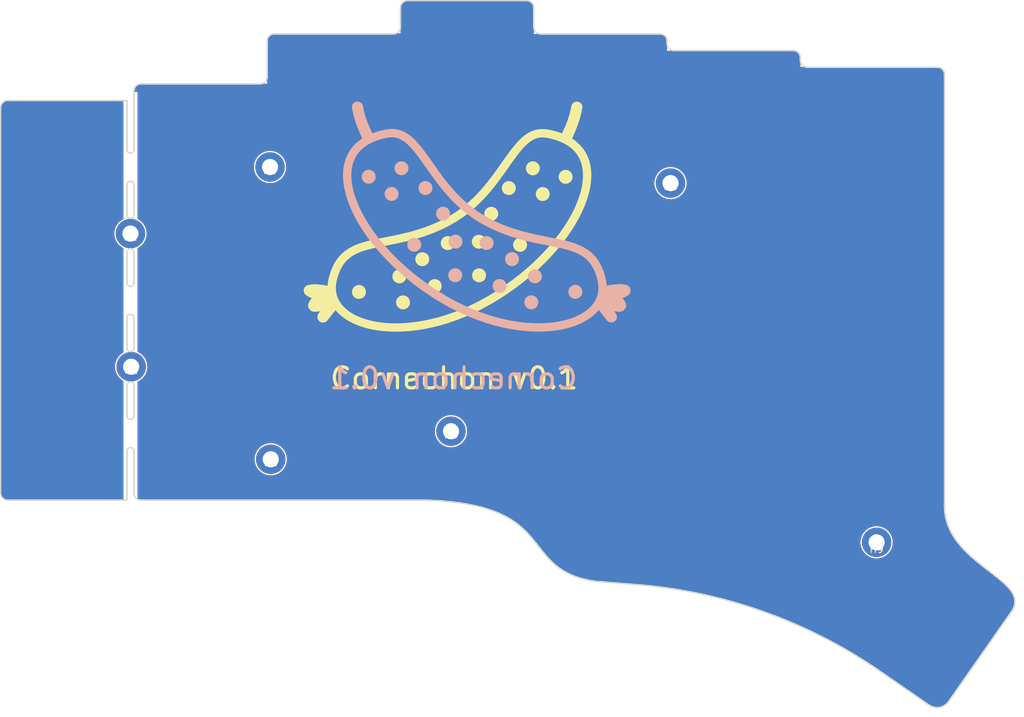
<source format=kicad_pcb>
(kicad_pcb (version 20241229) (generator "pcbnew") (generator_version "9.0")
  (layers (0 "F.Cu" signal) (2 "B.Cu" signal) (13 "F.Paste" user) (15 "B.Paste" user) (5 "F.SilkS" user "F.Silkscreen") (7 "B.SilkS" user "B.Silkscreen") (1 "F.Mask" user) (3 "B.Mask" user) (25 "Edge.Cuts" user))
  (net 0 "")
  (footprint "kbd:M2_Hole_TH" (layer "F.Cu") (at 106.3291 61.3783)
    (property "Reference" "H4" (at 0 0.5 0) (layer "F.SilkS"))
    (property "Value" "MountingHole")
    (pad "" thru_hole circle (at 0 0) (size 4.2 4.2) (drill 2.3) (layers "*.Cu" "*.Mask"))
  )
  (footprint "kbd:M2_Hole_TH" (layer "F.Cu") (at 192.811789 114.931313)
    (property "Reference" "H9" (at 0 1 0) (layer "F.SilkS"))
    (property "Value" "MountingHole")
    (pad "" thru_hole circle (at 0 0) (size 4.2 4.2) (drill 2.3) (layers "*.Cu" "*.Mask"))
  )
  (footprint "kbd:M2_Hole_TH" (layer "F.Cu") (at 86.5291 89.8783)
    (property "Reference" "H2" (at 0 0.5 0) (layer "F.SilkS"))
    (property "Value" "MountingHole")
    (pad "" thru_hole circle (at 0 0) (size 4.2 4.2) (drill 2.3) (layers "*.Cu" "*.Mask"))
  )
  (footprint "kbd:M2_Hole_TH" (layer "F.Cu") (at 163.4291 63.6783)
    (property "Reference" "H8" (at 0 0.5 0) (layer "F.SilkS"))
    (property "Value" "MountingHole")
    (pad "" thru_hole circle (at 0 0) (size 4.2 4.2) (drill 2.3) (layers "*.Cu" "*.Mask"))
  )
  (footprint "kbd:M2_Hole_TH" (layer "F.Cu") (at 132.1291 99.0783)
    (property "Reference" "H6" (at 0 0.5 0) (layer "F.SilkS"))
    (property "Value" "MountingHole")
    (pad "" thru_hole circle (at 0 0) (size 4.2 4.2) (drill 2.3) (layers "*.Cu" "*.Mask"))
  )
  (footprint "kbd:M2_Hole_TH" (layer "F.Cu") (at 86.4291 70.8783)
    (property "Reference" "H1" (at 0 0.5 0) (layer "F.SilkS"))
    (property "Value" "MountingHole")
    (pad "" thru_hole circle (at 0 0) (size 4.2 4.2) (drill 2.3) (layers "*.Cu" "*.Mask"))
  )
  (footprint "kbd:M2_Hole_TH" (layer "F.Cu") (at 106.4291 103.0783)
    (property "Reference" "H5" (at 0 0.5 0) (layer "F.SilkS"))
    (property "Value" "MountingHole")
    (pad "" thru_hole circle (at 0 0) (size 4.2 4.2) (drill 2.3) (layers "*.Cu" "*.Mask"))
  )
  (gr_curve (pts (xy 112.738372 78.90006) (xy 112.399957 78.890894) (xy 112.119918 78.954354) (xy 111.9291 79.005827)) (stroke (width 1.587499) (color 255 255 255 1)) (layer "F.SilkS"))
  (gr_curve (pts (xy 111.9291 79.005827) (xy 111.899478 79.013846) (xy 111.952357 79.09461) (xy 112.367901 79.266097)) (stroke (width 1.587499) (color 255 255 255 1)) (layer "F.SilkS"))
  (gr_curve (pts (xy 148.657725 56.999587) (xy 148.675466 56.9597) (xy 148.693245 56.919815) (xy 148.968715 56.301047)) (stroke (width 1.587499) (color 255 255 255 1)) (layer "F.SilkS"))
  (gr_curve (pts (xy 114.016159 79.864783) (xy 114.629799 80.067309) (xy 114.821434 80.057865) (xy 114.867471 80.056872)) (stroke (width 1.587499) (color 255 255 255 1)) (layer "F.SilkS"))
  (gr_curve (pts (xy 114.95522 81.421963) (xy 115.013799 81.305162) (xy 115.077934 81.189751) (xy 115.163143 81.098985)) (stroke (width 1.587499) (color 255 255 255 1)) (layer "F.SilkS"))
  (gr_curve (pts (xy 112.559151 81.14768) (xy 112.535898 81.22166) (xy 112.587949 81.25484) (xy 112.726601 81.24587)) (stroke (width 1.587499) (color 255 255 255 1)) (layer "F.SilkS"))
  (gr_curve (pts (xy 114.835047 80.938488) (xy 114.888585 80.912656) (xy 114.904937 80.855306) (xy 114.84731 80.984765)) (stroke (width 1.587499) (color 255 255 255 1)) (layer "F.SilkS"))
  (gr_curve (pts (xy 112.367901 79.266097) (xy 112.783445 79.437587) (xy 113.576001 79.719529) (xy 114.016159 79.864783)) (stroke (width 1.587499) (color 255 255 255 1)) (layer "F.SilkS"))
  (gr_poly (pts (xy 148.540001 61.79185) (xy 148.588461 61.796351) (xy 148.636911 61.803287) (xy 148.68527 61.81269) (xy 148.733455 61.824592) (xy 148.781383 61.839024) (xy 148.828973 61.856019) (xy 148.876141 61.875606) (xy 148.92226 61.897553) (xy 148.966733 61.921547) (xy 149.009529 61.947508) (xy 149.050616 61.975352) (xy 149.089963 62.004998) (xy 149.127537 62.036363) (xy 149.163308 62.069364) (xy 149.197244 62.10392) (xy 149.229313 62.139947) (xy 149.259484 62.177365) (xy 149.287724 62.21609) (xy 149.314003 62.25604) (xy 149.338289 62.297134) (xy 149.36055 62.339287) (xy 149.380754 62.382419) (xy 149.398871 62.426447) (xy 149.414868 62.471288) (xy 149.428714 62.516861) (xy 149.440377 62.563083) (xy 149.449826 62.609871) (xy 149.457028 62.657144) (xy 149.461954 62.704819) (xy 149.46457 62.752814) (xy 149.464845 62.801046) (xy 149.462748 62.849433) (xy 149.458248 62.897894) (xy 149.451311 62.946344) (xy 149.441908 62.994703) (xy 149.430006 63.042888) (xy 149.415574 63.090816) (xy 149.398579 63.138406) (xy 149.378992 63.185575) (xy 149.357045 63.231694) (xy 149.33305 63.276167) (xy 149.30709 63.318962) (xy 149.279246 63.360049) (xy 149.2496 63.399396) (xy 149.218236 63.43697) (xy 149.185234 63.472741) (xy 149.150679 63.506676) (xy 149.114651 63.538745) (xy 149.077234 63.568916) (xy 149.038509 63.597156) (xy 148.998559 63.623435) (xy 148.957466 63.647721) (xy 148.915312 63.669981) (xy 148.87218 63.690186) (xy 148.828153 63.708303) (xy 148.783312 63.724299) (xy 148.737739 63.738145) (xy 148.691517 63.749808) (xy 148.644729 63.759257) (xy 148.597456 63.76646) (xy 148.549782 63.771385) (xy 148.501787 63.774001) (xy 148.453555 63.774277) (xy 148.405168 63.77218) (xy 148.356708 63.767679) (xy 148.308257 63.760743) (xy 148.259898 63.75134) (xy 148.211714 63.739438) (xy 148.163785 63.725005) (xy 148.116195 63.708011) (xy 148.069027 63.688423) (xy 148.022908 63.666477) (xy 147.978435 63.642482) (xy 147.935639 63.616521) (xy 147.894552 63.588677) (xy 147.855206 63.559031) (xy 147.817631 63.527667) (xy 147.78186 63.494666) (xy 147.747925 63.46011) (xy 147.715856 63.424082) (xy 147.685685 63.386665) (xy 147.657445 63.34794) (xy 147.631166 63.30799) (xy 147.60688 63.266897) (xy 147.584619 63.224743) (xy 147.564415 63.181611) (xy 147.546298 63.137584) (xy 147.530301 63.092742) (xy 147.516455 63.04717) (xy 147.504792 63.000948) (xy 147.495343 62.95416) (xy 147.48814 62.906887) (xy 147.483215 62.859213) (xy 147.480598 62.811218) (xy 147.480323 62.762986) (xy 147.48242 62.714599) (xy 147.48692 62.666139) (xy 147.493857 62.617688) (xy 147.50326 62.56933) (xy 147.515162 62.521145) (xy 147.529594 62.473217) (xy 147.546588 62.425627) (xy 147.566176 62.378458) (xy 147.588123 62.33234) (xy 147.612117 62.287867) (xy 147.638078 62.245071) (xy 147.665922 62.203984) (xy 147.695568 62.164637) (xy 147.726932 62.127063) (xy 147.759934 62.091292) (xy 147.794489 62.057356) (xy 147.830517 62.025287) (xy 147.867935 61.995116) (xy 147.90666 61.966876) (xy 147.94661 61.940597) (xy 147.987703 61.916311) (xy 148.029856 61.89405) (xy 148.072988 61.873845) (xy 148.117016 61.855729) (xy 148.161857 61.839732) (xy 148.20743 61.825886) (xy 148.253651 61.814222) (xy 148.30044 61.804773) (xy 148.347712 61.797571) (xy 148.395387 61.792645) (xy 148.443382 61.790029) (xy 148.491614 61.789753)) (fill yes) (layer "F.SilkS"))
  (gr_poly (pts (xy 119.072469 78.213545) (xy 119.120929 78.218045) (xy 119.16938 78.224982) (xy 119.217739 78.234385) (xy 119.265924 78.246287) (xy 119.313852 78.260719) (xy 119.361442 78.277713) (xy 119.408611 78.2973) (xy 119.45473 78.319247) (xy 119.499203 78.343242) (xy 119.541998 78.369203) (xy 119.583085 78.397047) (xy 119.622432 78.426693) (xy 119.660006 78.458058) (xy 119.695777 78.491059) (xy 119.729712 78.525615) (xy 119.761781 78.561643) (xy 119.791952 78.59906) (xy 119.820192 78.637785) (xy 119.846471 78.677735) (xy 119.870757 78.718828) (xy 119.893018 78.760982) (xy 119.913222 78.804114) (xy 119.931339 78.848141) (xy 119.947336 78.892983) (xy 119.961182 78.938555) (xy 119.972845 78.984777) (xy 119.982294 79.031565) (xy 119.989497 79.078838) (xy 119.994422 79.126513) (xy 119.997038 79.174507) (xy 119.997314 79.222739) (xy 119.995217 79.271127) (xy 119.990716 79.319587) (xy 119.98378 79.368037) (xy 119.974376 79.416396) (xy 119.962474 79.464581) (xy 119.948042 79.51251) (xy 119.931047 79.560099) (xy 119.91146 79.607268) (xy 119.889513 79.653387) (xy 119.865518 79.69786) (xy 119.839558 79.740655) (xy 119.811713 79.781742) (xy 119.782068 79.821089) (xy 119.750703 79.858663) (xy 119.717702 79.894434) (xy 119.683146 79.92837) (xy 119.647119 79.960439) (xy 119.609701 79.990609) (xy 119.570976 80.01885) (xy 119.531026 80.045129) (xy 119.489933 80.069414) (xy 119.44778 80.091675) (xy 119.404648 80.11188) (xy 119.36062 80.129997) (xy 119.315779 80.145994) (xy 119.270206 80.15984) (xy 119.223985 80.171503) (xy 119.177196 80.180952) (xy 119.129923 80.188155) (xy 119.082249 80.19308) (xy 119.034254 80.195696) (xy 118.986022 80.195972) (xy 118.937635 80.193875) (xy 118.889175 80.189374) (xy 118.840724 80.182438) (xy 118.792365 80.173035) (xy 118.744181 80.161133) (xy 118.696252 80.1467) (xy 118.648662 80.129706) (xy 118.601494 80.110119) (xy 118.555375 80.088172) (xy 118.510902 80.064177) (xy 118.468106 80.038217) (xy 118.427019 80.010372) (xy 118.387673 79.980727) (xy 118.350098 79.949362) (xy 118.314327 79.916361) (xy 118.280391 79.881805) (xy 118.248323 79.845777) (xy 118.218152 79.80836) (xy 118.189912 79.769635) (xy 118.163633 79.729685) (xy 118.139347 79.688592) (xy 118.117086 79.646438) (xy 118.096881 79.603306) (xy 118.078765 79.559278) (xy 118.062767 79.514437) (xy 118.048922 79.468864) (xy 118.037258 79.422643) (xy 118.02781 79.375854) (xy 118.020607 79.328581) (xy 118.015681 79.280906) (xy 118.013065 79.232912) (xy 118.01279 79.18468) (xy 118.014886 79.136292) (xy 118.019387 79.087832) (xy 118.026323 79.039382) (xy 118.035727 78.991023) (xy 118.047629 78.942838) (xy 118.062061 78.894909) (xy 118.079055 78.847319) (xy 118.098643 78.800151) (xy 118.12059 78.754032) (xy 118.144584 78.709559) (xy 118.170545 78.666763) (xy 118.19839 78.625677) (xy 118.228035 78.58633) (xy 118.2594 78.548756) (xy 118.292401 78.512985) (xy 118.326957 78.479049) (xy 118.362985 78.44698) (xy 118.400402 78.41681) (xy 118.439127 78.38857) (xy 118.479077 78.362291) (xy 118.52017 78.338005) (xy 118.562324 78.315744) (xy 118.605456 78.29554) (xy 118.649483 78.277423) (xy 118.694325 78.261426) (xy 118.739897 78.24758) (xy 118.786119 78.235917) (xy 118.832907 78.226468) (xy 118.88018 78.219265) (xy 118.927855 78.21434) (xy 118.97585 78.211724) (xy 119.024082 78.211448)) (fill yes) (layer "F.SilkS"))
  (gr_poly (pts (xy 128.10197 73.545063) (xy 128.15043 73.549563) (xy 128.198881 73.556499) (xy 128.24724 73.565903) (xy 128.295425 73.577805) (xy 128.343353 73.592237) (xy 128.390943 73.609231) (xy 128.438112 73.628819) (xy 128.48423 73.650765) (xy 128.528703 73.67476) (xy 128.571498 73.70072) (xy 128.612585 73.728564) (xy 128.651931 73.75821) (xy 128.689506 73.789575) (xy 128.725276 73.822576) (xy 128.759212 73.857131) (xy 128.791281 73.893159) (xy 128.821451 73.930577) (xy 128.849692 73.969302) (xy 128.87597 74.009252) (xy 128.900256 74.050345) (xy 128.922517 74.092498) (xy 128.942721 74.13563) (xy 128.960838 74.179658) (xy 128.976835 74.224499) (xy 128.990681 74.270072) (xy 129.002344 74.316293) (xy 129.011793 74.363082) (xy 129.018996 74.410355) (xy 129.023921 74.45803) (xy 129.026538 74.506024) (xy 129.026813 74.554256) (xy 129.024717 74.602644) (xy 129.020216 74.651104) (xy 129.01328 74.699554) (xy 129.003877 74.747913) (xy 128.991975 74.796098) (xy 128.977543 74.844027) (xy 128.960548 74.891617) (xy 128.940961 74.938785) (xy 128.919014 74.984904) (xy 128.89502 75.029377) (xy 128.869059 75.072173) (xy 128.841215 75.113259) (xy 128.811569 75.152606) (xy 128.780204 75.19018) (xy 128.747203 75.225951) (xy 128.712647 75.259887) (xy 128.676619 75.291956) (xy 128.639202 75.322126) (xy 128.600477 75.350367) (xy 128.560527 75.376645) (xy 128.519433 75.400931) (xy 128.47728 75.423192) (xy 128.434148 75.443397) (xy 128.39012 75.461513) (xy 128.345279 75.47751) (xy 128.299706 75.491356) (xy 128.253484 75.503019) (xy 128.206696 75.512468) (xy 128.159423 75.519671) (xy 128.111748 75.524596) (xy 128.063754 75.527212) (xy 128.015521 75.527488) (xy 127.967134 75.525391) (xy 127.918674 75.52089) (xy 127.870223 75.513954) (xy 127.821865 75.504551) (xy 127.77368 75.492649) (xy 127.725751 75.478216) (xy 127.678162 75.461222) (xy 127.630993 75.441634) (xy 127.584874 75.419688) (xy 127.540402 75.395693) (xy 127.497606 75.369733) (xy 127.456519 75.341889) (xy 127.417173 75.312243) (xy 127.379599 75.280879) (xy 127.343828 75.247877) (xy 127.309892 75.213322) (xy 127.277823 75.177294) (xy 127.247653 75.139877) (xy 127.219413 75.101152) (xy 127.193134 75.061201) (xy 127.168848 75.020108) (xy 127.146587 74.977955) (xy 127.126383 74.934823) (xy 127.108266 74.890795) (xy 127.092269 74.845954) (xy 127.078423 74.800381) (xy 127.06676 74.75416) (xy 127.057311 74.707371) (xy 127.050108 74.660099) (xy 127.045183 74.612424) (xy 127.042567 74.564429) (xy 127.042291 74.516197) (xy 127.044388 74.46781) (xy 127.048889 74.419349) (xy 127.055825 74.370899) (xy 127.065228 74.32254) (xy 127.07713 74.274355) (xy 127.091562 74.226426) (xy 127.108556 74.178837) (xy 127.128144 74.131668) (xy 127.15009 74.08555) (xy 127.174085 74.041077) (xy 127.200046 73.998281) (xy 127.22789 73.957195) (xy 127.257536 73.917848) (xy 127.2889 73.880274) (xy 127.321902 73.844503) (xy 127.356457 73.810568) (xy 127.392485 73.778499) (xy 127.429903 73.748328) (xy 127.468628 73.720088) (xy 127.508578 73.693809) (xy 127.549671 73.669523) (xy 127.591825 73.647262) (xy 127.634956 73.627058) (xy 127.678984 73.608941) (xy 127.723826 73.592944) (xy 127.769398 73.579098) (xy 127.81562 73.567435) (xy 127.862408 73.557986) (xy 127.909681 73.550783) (xy 127.957356 73.545858) (xy 128.005351 73.543241) (xy 128.053583 73.542966)) (fill yes) (layer "F.SilkS"))
  (gr_curve (pts (xy 148.968715 56.301047) (xy 149.244226 55.682263) (xy 149.776911 54.485808) (xy 150.070798 52.849957)) (stroke (width 1.587499) (color 255 255 255 1)) (layer "F.SilkS"))
  (gr_poly (pts (xy 136.162899 71.051938) (xy 136.21136 71.056439) (xy 136.25981 71.063376) (xy 136.308169 71.072779) (xy 136.356354 71.084681) (xy 136.404283 71.099114) (xy 136.451872 71.116108) (xy 136.499041 71.135696) (xy 136.545159 71.157643) (xy 136.589632 71.181637) (xy 136.632428 71.207598) (xy 136.673514 71.235442) (xy 136.712861 71.265088) (xy 136.750435 71.296452) (xy 136.786206 71.329454) (xy 136.820141 71.364009) (xy 136.85221 71.400037) (xy 136.88238 71.437455) (xy 136.910621 71.476179) (xy 136.9369 71.51613) (xy 136.961185 71.557223) (xy 136.983446 71.599376) (xy 137.003651 71.642508) (xy 137.021767 71.686535) (xy 137.037764 71.731377) (xy 137.05161 71.776949) (xy 137.063273 71.823171) (xy 137.072722 71.869959) (xy 137.079925 71.917232) (xy 137.08485 71.964906) (xy 137.087467 72.012901) (xy 137.087742 72.061133) (xy 137.085645 72.10952) (xy 137.081145 72.15798) (xy 137.074208 72.20643) (xy 137.064805 72.254789) (xy 137.052903 72.302974) (xy 137.038471 72.350902) (xy 137.021476 72.398491) (xy 137.001889 72.44566) (xy 136.979943 72.491778) (xy 136.955948 72.536251) (xy 136.929988 72.579047) (xy 136.902143 72.620134) (xy 136.872498 72.659481) (xy 136.841133 72.697055) (xy 136.808132 72.732826) (xy 136.773577 72.766762) (xy 136.737549 72.798831) (xy 136.700131 72.829001) (xy 136.661406 72.857242) (xy 136.621456 72.883521) (xy 136.580363 72.907807) (xy 136.53821 72.930068) (xy 136.495078 72.950272) (xy 136.45105 72.968389) (xy 136.406209 72.984386) (xy 136.360636 72.998232) (xy 136.314414 73.009896) (xy 136.267626 73.019344) (xy 136.220353 73.026547) (xy 136.172678 73.031473) (xy 136.124684 73.034089) (xy 136.076451 73.034365) (xy 136.028064 73.032268) (xy 135.979604 73.027767) (xy 135.931154 73.020831) (xy 135.882795 73.011428) (xy 135.83461 72.999526) (xy 135.786682 72.985094) (xy 135.739092 72.9681) (xy 135.691924 72.948512) (xy 135.645805 72.926565) (xy 135.601332 72.90257) (xy 135.558536 72.87661) (xy 135.517449 72.848765) (xy 135.478103 72.81912) (xy 135.440528 72.787755) (xy 135.404758 72.754754) (xy 135.370822 72.720198) (xy 135.338753 72.68417) (xy 135.308583 72.646753) (xy 135.280342 72.608028) (xy 135.254063 72.568077) (xy 135.229777 72.526984) (xy 135.207516 72.484831) (xy 135.187312 72.441699) (xy 135.169195 72.397671) (xy 135.153198 72.35283) (xy 135.139352 72.307257) (xy 135.127689 72.261036) (xy 135.11824 72.214247) (xy 135.111037 72.166974) (xy 135.106112 72.1193) (xy 135.103496 72.071305) (xy 135.10322 72.023073) (xy 135.105317 71.974685) (xy 135.109817 71.926225) (xy 135.116754 71.877774) (xy 135.126157 71.829415) (xy 135.138059 71.78123) (xy 135.152491 71.733302) (xy 135.169485 71.685711) (xy 135.189073 71.638542) (xy 135.21102 71.592424) (xy 135.235014 71.547951) (xy 135.260975 71.505156) (xy 135.288819 71.464069) (xy 135.318465 71.424723) (xy 135.34983 71.387148) (xy 135.382831 71.351378) (xy 135.417387 71.317442) (xy 135.453414 71.285373) (xy 135.490832 71.255203) (xy 135.529557 71.226963) (xy 135.569507 71.200684) (xy 135.6106 71.176398) (xy 135.652754 71.154137) (xy 135.695886 71.133933) (xy 135.739913 71.115816) (xy 135.784755 71.099819) (xy 135.830328 71.085973) (xy 135.876549 71.07431) (xy 135.923338 71.064861) (xy 135.97061 71.057658) (xy 136.018285 71.052733) (xy 136.06628 71.050117) (xy 136.114512 71.049842)) (fill yes) (layer "F.SilkS"))
  (gr_curve (pts (xy 114.84731 80.984765) (xy 114.485086 81.79832) (xy 114.262368 82.211786) (xy 113.994914 82.596396)) (stroke (width 1.587499) (color 255 255 255 1)) (layer "F.SilkS"))
  (gr_poly (pts (xy 124.836323 76.001012) (xy 124.884783 76.005512) (xy 124.933234 76.012449) (xy 124.981593 76.021852) (xy 125.029777 76.033754) (xy 125.077706 76.048186) (xy 125.125296 76.06518) (xy 125.172464 76.084768) (xy 125.218583 76.106715) (xy 125.263056 76.130709) (xy 125.305852 76.15667) (xy 125.346939 76.184514) (xy 125.386286 76.21416) (xy 125.42386 76.245524) (xy 125.459631 76.278525) (xy 125.493567 76.313081) (xy 125.525636 76.349109) (xy 125.555806 76.386526) (xy 125.584047 76.425251) (xy 125.610326 76.465201) (xy 125.634611 76.506294) (xy 125.656872 76.548448) (xy 125.677077 76.591579) (xy 125.695194 76.635607) (xy 125.711191 76.680448) (xy 125.725036 76.726021) (xy 125.7367 76.772242) (xy 125.746148 76.819031) (xy 125.753351 76.866303) (xy 125.758277 76.913978) (xy 125.760893 76.961973) (xy 125.761168 77.010205) (xy 125.759072 77.058592) (xy 125.754571 77.107052) (xy 125.747635 77.155502) (xy 125.738231 77.203861) (xy 125.726329 77.252046) (xy 125.711897 77.299975) (xy 125.694903 77.347564) (xy 125.675315 77.394733) (xy 125.653368 77.440852) (xy 125.629374 77.485324) (xy 125.603413 77.52812) (xy 125.575569 77.569207) (xy 125.545923 77.608553) (xy 125.514559 77.646127) (xy 125.481557 77.681898) (xy 125.447002 77.715834) (xy 125.410974 77.747903) (xy 125.373556 77.778073) (xy 125.334831 77.806314) (xy 125.294881 77.832593) (xy 125.253788 77.856878) (xy 125.211634 77.879139) (xy 125.168503 77.899344) (xy 125.124475 77.917461) (xy 125.079634 77.933458) (xy 125.034061 77.947304) (xy 124.987839 77.958967) (xy 124.941051 77.968416) (xy 124.893778 77.975619) (xy 124.846103 77.980545) (xy 124.798109 77.983161) (xy 124.749877 77.983436) (xy 124.701489 77.98134) (xy 124.653029 77.976839) (xy 124.604579 77.969903) (xy 124.55622 77.9605) (xy 124.508035 77.948598) (xy 124.460107 77.934166) (xy 124.412517 77.917171) (xy 124.365348 77.897584) (xy 124.31923 77.875637) (xy 124.274757 77.851642) (xy 124.231961 77.825682) (xy 124.190874 77.797837) (xy 124.151528 77.768192) (xy 124.113953 77.736827) (xy 124.078182 77.703826) (xy 124.044247 77.66927) (xy 124.012178 77.633242) (xy 123.982007 77.595824) (xy 123.953767 77.557099) (xy 123.927488 77.517149) (xy 123.903202 77.476056) (xy 123.880941 77.433902) (xy 123.860737 77.39077) (xy 123.84262 77.346742) (xy 123.826623 77.301901) (xy 123.812777 77.256328) (xy 123.801114 77.210106) (xy 123.791665 77.163318) (xy 123.784462 77.116045) (xy 123.779537 77.06837) (xy 123.776921 77.020376) (xy 123.776645 76.972144) (xy 123.778742 76.923756) (xy 123.783243 76.875296) (xy 123.790179 76.826846) (xy 123.799583 76.778487) (xy 123.811485 76.730302) (xy 123.825917 76.682374) (xy 123.842912 76.634784) (xy 123.862499 76.587616) (xy 123.884446 76.541497) (xy 123.908441 76.497025) (xy 123.934401 76.454229) (xy 123.962245 76.413142) (xy 123.991891 76.373796) (xy 124.023255 76.336222) (xy 124.056257 76.300451) (xy 124.090812 76.266516) (xy 124.12684 76.234447) (xy 124.164257 76.204277) (xy 124.202982 76.176036) (xy 124.242932 76.149757) (xy 124.284025 76.125472) (xy 124.326179 76.103211) (xy 124.369311 76.083006) (xy 124.413338 76.06489) (xy 124.458179 76.048893) (xy 124.503752 76.035047) (xy 124.549974 76.023384) (xy 124.596762 76.013935) (xy 124.644035 76.006732) (xy 124.691709 76.001807) (xy 124.739704 75.99919) (xy 124.787936 75.998915)) (fill yes) (layer "F.SilkS"))
  (gr_poly (pts (xy 137.938553 67.063737) (xy 137.987013 67.068238) (xy 138.035464 67.075175) (xy 138.083823 67.084578) (xy 138.132008 67.09648) (xy 138.179936 67.110912) (xy 138.227526 67.127907) (xy 138.274695 67.147495) (xy 138.320814 67.169441) (xy 138.365287 67.193436) (xy 138.408082 67.219396) (xy 138.449169 67.247241) (xy 138.488516 67.276886) (xy 138.52609 67.308251) (xy 138.561861 67.341252) (xy 138.595797 67.375808) (xy 138.627866 67.411836) (xy 138.658036 67.449253) (xy 138.686277 67.487978) (xy 138.712556 67.527929) (xy 138.736841 67.569022) (xy 138.759102 67.611175) (xy 138.779307 67.654307) (xy 138.797424 67.698335) (xy 138.813421 67.743176) (xy 138.827267 67.788749) (xy 138.83893 67.834971) (xy 138.848379 67.881759) (xy 138.855582 67.929032) (xy 138.860507 67.976707) (xy 138.863123 68.024701) (xy 138.863399 68.072934) (xy 138.861302 68.121321) (xy 138.856801 68.169781) (xy 138.849865 68.218232) (xy 138.840462 68.266591) (xy 138.82856 68.314775) (xy 138.814127 68.362704) (xy 138.797133 68.410294) (xy 138.777546 68.457463) (xy 138.755599 68.503581) (xy 138.731604 68.548054) (xy 138.705644 68.59085) (xy 138.677799 68.631937) (xy 138.648154 68.671283) (xy 138.616789 68.708858) (xy 138.583788 68.744628) (xy 138.549232 68.778564) (xy 138.513204 68.810633) (xy 138.475787 68.840803) (xy 138.437062 68.869044) (xy 138.397112 68.895323) (xy 138.356018 68.919608) (xy 138.313865 68.941869) (xy 138.270733 68.962074) (xy 138.226705 68.98019) (xy 138.181864 68.996187) (xy 138.136291 69.010033) (xy 138.090069 69.021696) (xy 138.043281 69.031145) (xy 137.996008 69.038348) (xy 137.948333 69.043273) (xy 137.900339 69.04589) (xy 137.852107 69.046165) (xy 137.803719 69.044068) (xy 137.755259 69.039567) (xy 137.706808 69.032631) (xy 137.658449 69.023228) (xy 137.610265 69.011326) (xy 137.562336 68.996894) (xy 137.514746 68.979899) (xy 137.467578 68.960312) (xy 137.421459 68.938365) (xy 137.376986 68.91437) (xy 137.33419 68.88841) (xy 137.293103 68.860565) (xy 137.253757 68.83092) (xy 137.216183 68.799555) (xy 137.180412 68.766554) (xy 137.146476 68.731998) (xy 137.114407 68.69597) (xy 137.084237 68.658553) (xy 137.055997 68.619828) (xy 137.029718 68.579878) (xy 137.005432 68.538785) (xy 136.983171 68.496631) (xy 136.962967 68.453499) (xy 136.94485 68.409471) (xy 136.928853 68.36463) (xy 136.915008 68.319057) (xy 136.903345 68.272836) (xy 136.893896 68.226047) (xy 136.886693 68.178774) (xy 136.881768 68.131099) (xy 136.879152 68.083105) (xy 136.878876 68.034873) (xy 136.880973 67.986485) (xy 136.885474 67.938025) (xy 136.89241 67.889575) (xy 136.901814 67.841216) (xy 136.913716 67.793031) (xy 136.928148 67.745102) (xy 136.945142 67.697512) (xy 136.96473 67.650344) (xy 136.986676 67.604225) (xy 137.010671 67.559752) (xy 137.036631 67.516956) (xy 137.064475 67.475869) (xy 137.094121 67.436523) (xy 137.125485 67.398948) (xy 137.158486 67.363178) (xy 137.193042 67.329242) (xy 137.229069 67.297173) (xy 137.266487 67.267003) (xy 137.305212 67.238762) (xy 137.345162 67.212483) (xy 137.386255 67.188197) (xy 137.428408 67.165936) (xy 137.47154 67.145732) (xy 137.515568 67.127615) (xy 137.560409 67.111618) (xy 137.605982 67.097772) (xy 137.652203 67.086109) (xy 137.698992 67.07666) (xy 137.746264 67.069458) (xy 137.793939 67.064532) (xy 137.841934 67.061916) (xy 137.890166 67.061641)) (fill yes) (layer "F.SilkS"))
  (gr_poly (pts (xy 143.866399 60.579873) (xy 143.914859 60.584374) (xy 143.963309 60.59131) (xy 144.011668 60.600713) (xy 144.059853 60.612615) (xy 144.107781 60.627048) (xy 144.155371 60.644042) (xy 144.20254 60.66363) (xy 144.248659 60.685576) (xy 144.293132 60.709571) (xy 144.335927 60.735532) (xy 144.377014 60.763376) (xy 144.416361 60.793022) (xy 144.453935 60.824387) (xy 144.489706 60.857388) (xy 144.523642 60.891944) (xy 144.555711 60.927971) (xy 144.585881 60.965389) (xy 144.614122 61.004114) (xy 144.640401 61.044064) (xy 144.664687 61.085157) (xy 144.686948 61.127311) (xy 144.707152 61.170443) (xy 144.725269 61.21447) (xy 144.741266 61.259312) (xy 144.755112 61.304885) (xy 144.766775 61.351106) (xy 144.776224 61.397895) (xy 144.783427 61.445167) (xy 144.788353 61.492842) (xy 144.790969 61.540837) (xy 144.791245 61.589069) (xy 144.789148 61.637456) (xy 144.784648 61.685916) (xy 144.777712 61.734367) (xy 144.768309 61.782726) (xy 144.756407 61.83091) (xy 144.741975 61.878839) (xy 144.724981 61.926428) (xy 144.705393 61.973597) (xy 144.683447 62.019716) (xy 144.659452 62.064189) (xy 144.633491 62.106984) (xy 144.605646 62.148071) (xy 144.576 62.187418) (xy 144.544636 62.224992) (xy 144.511634 62.260763) (xy 144.477078 62.294699) (xy 144.44105 62.326768) (xy 144.403633 62.356938) (xy 144.364908 62.385179) (xy 144.324957 62.411457) (xy 144.283864 62.435743) (xy 144.24171 62.458004) (xy 144.198578 62.478209) (xy 144.154551 62.496325) (xy 144.109709 62.512322) (xy 144.064136 62.526168) (xy 144.017915 62.537832) (xy 143.971126 62.54728) (xy 143.923853 62.554483) (xy 143.876178 62.559409) (xy 143.828184 62.562025) (xy 143.779952 62.5623) (xy 143.731564 62.560204) (xy 143.683104 62.555703) (xy 143.634653 62.548767) (xy 143.586295 62.539364) (xy 143.53811 62.527462) (xy 143.490181 62.513029) (xy 143.442591 62.496035) (xy 143.395423 62.476448) (xy 143.349304 62.454501) (xy 143.304831 62.430506) (xy 143.262035 62.404545) (xy 143.220948 62.376701) (xy 143.181602 62.347055) (xy 143.144028 62.31569) (xy 143.108257 62.282689) (xy 143.074321 62.248133) (xy 143.042252 62.212105) (xy 143.012082 62.174687) (xy 142.983842 62.135962) (xy 142.957563 62.096012) (xy 142.933277 62.054919) (xy 142.911016 62.012765) (xy 142.890812 61.969634) (xy 142.872695 61.925606) (xy 142.856698 61.880765) (xy 142.842853 61.835192) (xy 142.83119 61.78897) (xy 142.821741 61.742182) (xy 142.814538 61.694909) (xy 142.809613 61.647234) (xy 142.806997 61.59924) (xy 142.806721 61.551008) (xy 142.808818 61.50262) (xy 142.813319 61.45416) (xy 142.820255 61.40571) (xy 142.829659 61.357351) (xy 142.841561 61.309166) (xy 142.855993 61.261237) (xy 142.872987 61.213648) (xy 142.892575 61.166479) (xy 142.914521 61.12036) (xy 142.938516 61.075888) (xy 142.964477 61.033092) (xy 142.992321 60.992005) (xy 143.021966 60.952659) (xy 143.053331 60.915084) (xy 143.086332 60.879313) (xy 143.120888 60.845378) (xy 143.156916 60.813309) (xy 143.194333 60.783139) (xy 143.233058 60.754898) (xy 143.273008 60.728619) (xy 143.314101 60.704333) (xy 143.356254 60.682073) (xy 143.399386 60.661868) (xy 143.443414 60.643751) (xy 143.488255 60.627754) (xy 143.533828 60.613908) (xy 143.580049 60.602245) (xy 143.626837 60.592796) (xy 143.67411 60.585593) (xy 143.721785 60.580668) (xy 143.769779 60.578052) (xy 143.818011 60.577776)) (fill yes) (layer "F.SilkS"))
  (gr_curve (pts (xy 113.994914 82.596396) (xy 113.948408 82.663267) (xy 113.925131 82.708869) (xy 113.893088 82.752208)) (stroke (width 1.587499) (color 255 255 255 1)) (layer "F.SilkS"))
  (gr_curve (pts (xy 112.726601 81.24587) (xy 113.515711 81.194873) (xy 114.061537 81.067712) (xy 114.451305 81.032389)) (stroke (width 1.587499) (color 255 255 255 1)) (layer "F.SilkS"))
  (gr_poly (pts (xy 136.200083 75.84726) (xy 136.248543 75.85176) (xy 136.296993 75.858696) (xy 136.345352 75.8681) (xy 136.393537 75.880001) (xy 136.441465 75.894434) (xy 136.489054 75.911428) (xy 136.536223 75.931015) (xy 136.582342 75.952962) (xy 136.626815 75.976956) (xy 136.66961 76.002917) (xy 136.710697 76.030761) (xy 136.750044 76.060406) (xy 136.787618 76.091771) (xy 136.823389 76.124772) (xy 136.857325 76.159328) (xy 136.889394 76.195356) (xy 136.919564 76.232773) (xy 136.947805 76.271498) (xy 136.974084 76.311448) (xy 136.998369 76.352541) (xy 137.02063 76.394695) (xy 137.040835 76.437827) (xy 137.058952 76.481854) (xy 137.074949 76.526696) (xy 137.088795 76.572268) (xy 137.100458 76.61849) (xy 137.109907 76.665278) (xy 137.11711 76.712551) (xy 137.122035 76.760226) (xy 137.124651 76.808221) (xy 137.124927 76.856453) (xy 137.12283 76.90484) (xy 137.118329 76.9533) (xy 137.111393 77.001751) (xy 137.10199 77.05011) (xy 137.090088 77.098295) (xy 137.075655 77.146223) (xy 137.058661 77.193813) (xy 137.039074 77.240982) (xy 137.017127 77.2871) (xy 136.993132 77.331573) (xy 136.967172 77.374369) (xy 136.939327 77.415456) (xy 136.909682 77.454803) (xy 136.878317 77.492377) (xy 136.845316 77.528148) (xy 136.81076 77.562084) (xy 136.774732 77.594152) (xy 136.737315 77.624323) (xy 136.69859 77.652563) (xy 136.65864 77.678842) (xy 136.617547 77.703128) (xy 136.575393 77.725389) (xy 136.532261 77.745594) (xy 136.488234 77.76371) (xy 136.443392 77.779707) (xy 136.39782 77.793553) (xy 136.351598 77.805217) (xy 136.30481 77.814665) (xy 136.257537 77.821868) (xy 136.209862 77.826794) (xy 136.161868 77.82941) (xy 136.113636 77.829686) (xy 136.065249 77.827589) (xy 136.016789 77.823088) (xy 135.968338 77.816152) (xy 135.919979 77.806749) (xy 135.871795 77.794847) (xy 135.823867 77.780414) (xy 135.776277 77.76342) (xy 135.729108 77.743832) (xy 135.68299 77.721886) (xy 135.638517 77.697891) (xy 135.595721 77.67193) (xy 135.554634 77.644086) (xy 135.515288 77.614441) (xy 135.477713 77.583076) (xy 135.441943 77.550075) (xy 135.408007 77.515519) (xy 135.375938 77.479491) (xy 135.345768 77.442074) (xy 135.317528 77.403349) (xy 135.291249 77.363398) (xy 135.266963 77.322305) (xy 135.244702 77.280152) (xy 135.224498 77.23702) (xy 135.206381 77.192992) (xy 135.190384 77.148151) (xy 135.176539 77.102578) (xy 135.164875 77.056356) (xy 135.155427 77.009568) (xy 135.148224 76.962295) (xy 135.143299 76.91462) (xy 135.140683 76.866626) (xy 135.140407 76.818393) (xy 135.142504 76.770006) (xy 135.147005 76.721546) (xy 135.153941 76.673095) (xy 135.163344 76.624736) (xy 135.175247 76.576551) (xy 135.189679 76.528623) (xy 135.206673 76.481033) (xy 135.226261 76.433864) (xy 135.248207 76.387746) (xy 135.272201 76.343273) (xy 135.298162 76.300478) (xy 135.326006 76.259391) (xy 135.355651 76.220045) (xy 135.387016 76.18247) (xy 135.420017 76.1467) (xy 135.454572 76.112764) (xy 135.4906 76.080695) (xy 135.528018 76.050525) (xy 135.566742 76.022285) (xy 135.606692 75.996006) (xy 135.647785 75.97172) (xy 135.689939 75.949459) (xy 135.733071 75.929255) (xy 135.777098 75.911138) (xy 135.821939 75.895141) (xy 135.867512 75.881295) (xy 135.913734 75.869632) (xy 135.960522 75.860183) (xy 136.007794 75.85298) (xy 136.055469 75.848055) (xy 136.103464 75.845438) (xy 136.151696 75.845163)) (fill yes) (layer "F.SilkS"))
  (gr_curve (pts (xy 112.878306 80.680798) (xy 112.709579 80.752673) (xy 112.620345 80.952936) (xy 112.559151 81.14768)) (stroke (width 1.587499) (color 255 255 255 1)) (layer "F.SilkS"))
  (gr_curve (pts (xy 114.598934 79.199384) (xy 114.342942 79.056627) (xy 113.528701 78.921452) (xy 112.738372 78.90006)) (stroke (width 1.587499) (color 255 255 255 1)) (layer "F.SilkS"))
  (gr_curve (pts (xy 115.163143 81.098985) (xy 115.211403 81.062673) (xy 115.269784 81.046082) (xy 115.37813 81.007547)) (stroke (width 1.587499) (color 255 255 255 1)) (layer "F.SilkS"))
  (gr_poly (pts (xy 145.274388 64.247794) (xy 145.322848 64.252294) (xy 145.371299 64.259231) (xy 145.419658 64.268634) (xy 145.467842 64.280536) (xy 145.515771 64.294969) (xy 145.563361 64.311963) (xy 145.610529 64.331551) (xy 145.656648 64.353498) (xy 145.701121 64.377493) (xy 145.743917 64.403453) (xy 145.785004 64.431297) (xy 145.82435 64.460943) (xy 145.861925 64.492308) (xy 145.897696 64.525309) (xy 145.931632 64.559865) (xy 145.963701 64.595892) (xy 145.993871 64.63331) (xy 146.022112 64.672035) (xy 146.048391 64.711985) (xy 146.072677 64.753078) (xy 146.094938 64.795232) (xy 146.115143 64.838363) (xy 146.133259 64.882391) (xy 146.149257 64.927232) (xy 146.163103 64.972805) (xy 146.174766 65.019027) (xy 146.184215 65.065815) (xy 146.191418 65.113088) (xy 146.196344 65.160763) (xy 146.19896 65.208758) (xy 146.199236 65.25699) (xy 146.197139 65.305377) (xy 146.192638 65.353837) (xy 146.185702 65.402288) (xy 146.176299 65.450647) (xy 146.164397 65.498832) (xy 146.149965 65.54676) (xy 146.132971 65.59435) (xy 146.113383 65.641519) (xy 146.091436 65.687638) (xy 146.067442 65.73211) (xy 146.041481 65.774906) (xy 146.013637 65.815993) (xy 145.983991 65.855339) (xy 145.952626 65.892913) (xy 145.919625 65.928684) (xy 145.885069 65.962619) (xy 145.849042 65.994688) (xy 145.811624 66.024858) (xy 145.772899 66.053099) (xy 145.732949 66.079377) (xy 145.691856 66.103663) (xy 145.649702 66.125924) (xy 145.60657 66.146128) (xy 145.562542 66.164245) (xy 145.517701 66.180242) (xy 145.472128 66.194087) (xy 145.425906 66.205751) (xy 145.379118 66.215199) (xy 145.331845 66.222402) (xy 145.28417 66.227327) (xy 145.236175 66.229944) (xy 145.187943 66.230219) (xy 145.139555 66.228122) (xy 145.091095 66.223621) (xy 145.042644 66.216685) (xy 144.994285 66.207282) (xy 144.9461 66.19538) (xy 144.898171 66.180947) (xy 144.850581 66.163953) (xy 144.803412 66.144366) (xy 144.757294 66.122419) (xy 144.712821 66.098424) (xy 144.670025 66.072464) (xy 144.628939 66.044619) (xy 144.589592 66.014974) (xy 144.552018 65.983609) (xy 144.516247 65.950608) (xy 144.482312 65.916052) (xy 144.450243 65.880024) (xy 144.420073 65.842607) (xy 144.391832 65.803882) (xy 144.365554 65.763932) (xy 144.341268 65.722838) (xy 144.319007 65.680685) (xy 144.298803 65.637553) (xy 144.280686 65.593525) (xy 144.264689 65.548684) (xy 144.250843 65.503111) (xy 144.23918 65.456889) (xy 144.229731 65.410101) (xy 144.222528 65.362828) (xy 144.217603 65.315153) (xy 144.214987 65.267159) (xy 144.214711 65.218927) (xy 144.216808 65.170539) (xy 144.221309 65.122079) (xy 144.228245 65.073628) (xy 144.237648 65.02527) (xy 144.24955 64.977085) (xy 144.263983 64.929156) (xy 144.280977 64.881566) (xy 144.300564 64.834398) (xy 144.322511 64.788279) (xy 144.346505 64.743806) (xy 144.372466 64.701011) (xy 144.40031 64.659924) (xy 144.429955 64.620578) (xy 144.461319 64.583004) (xy 144.494321 64.547233) (xy 144.528876 64.513297) (xy 144.564904 64.481228) (xy 144.602321 64.451058) (xy 144.641046 64.422818) (xy 144.680996 64.396539) (xy 144.722089 64.372253) (xy 144.764243 64.349992) (xy 144.807374 64.329788) (xy 144.851402 64.311671) (xy 144.896243 64.295674) (xy 144.941816 64.281828) (xy 144.988038 64.270165) (xy 145.034826 64.260716) (xy 145.082099 64.253514) (xy 145.129774 64.248588) (xy 145.177768 64.245972) (xy 145.226001 64.245697)) (fill yes) (layer "F.SilkS"))
  (gr_poly (pts (xy 142.045937 71.499054) (xy 142.094397 71.503555) (xy 142.142848 71.510491) (xy 142.191207 71.519894) (xy 142.239392 71.531796) (xy 142.287321 71.546228) (xy 142.334911 71.563222) (xy 142.38208 71.58281) (xy 142.428199 71.604756) (xy 142.472672 71.628751) (xy 142.515468 71.654712) (xy 142.556555 71.682557) (xy 142.595901 71.712203) (xy 142.633476 71.743567) (xy 142.669247 71.776569) (xy 142.703182 71.811125) (xy 142.735251 71.847153) (xy 142.765421 71.88457) (xy 142.793662 71.923295) (xy 142.819941 71.963246) (xy 142.844226 72.004339) (xy 142.866487 72.046492) (xy 142.886691 72.089624) (xy 142.904808 72.133652) (xy 142.920805 72.178493) (xy 142.93465 72.224066) (xy 142.946313 72.270288) (xy 142.955762 72.317076) (xy 142.962965 72.364349) (xy 142.96789 72.412024) (xy 142.970506 72.460018) (xy 142.970781 72.50825) (xy 142.968684 72.556637) (xy 142.964184 72.605097) (xy 142.957247 72.653548) (xy 142.947844 72.701907) (xy 142.935942 72.750091) (xy 142.921509 72.79802) (xy 142.904515 72.845609) (xy 142.884927 72.892778) (xy 142.862981 72.938896) (xy 142.838986 72.983369) (xy 142.813026 73.026165) (xy 142.785181 73.067252) (xy 142.755536 73.106598) (xy 142.724171 73.144173) (xy 142.69117 73.179944) (xy 142.656615 73.21388) (xy 142.620587 73.245949) (xy 142.58317 73.276119) (xy 142.544445 73.30436) (xy 142.504495 73.330639) (xy 142.463402 73.354925) (xy 142.421249 73.377186) (xy 142.378117 73.39739) (xy 142.334089 73.415507) (xy 142.289248 73.431504) (xy 142.243675 73.44535) (xy 142.197454 73.457013) (xy 142.150665 73.466462) (xy 142.103393 73.473665) (xy 142.055718 73.478591) (xy 142.007723 73.481207) (xy 141.959491 73.481483) (xy 141.911103 73.479386) (xy 141.862643 73.474885) (xy 141.814192 73.467949) (xy 141.765833 73.458546) (xy 141.717648 73.446644) (xy 141.669719 73.432211) (xy 141.622129 73.415217) (xy 141.574959 73.39563) (xy 141.528841 73.373683) (xy 141.484368 73.349688) (xy 141.441572 73.323727) (xy 141.400485 73.295883) (xy 141.361139 73.266237) (xy 141.323564 73.234872) (xy 141.287794 73.20187) (xy 141.253858 73.167315) (xy 141.221789 73.131287) (xy 141.191619 73.093869) (xy 141.163378 73.055144) (xy 141.1371 73.015194) (xy 141.112814 72.974101) (xy 141.090553 72.931947) (xy 141.070349 72.888815) (xy 141.052232 72.844787) (xy 141.036235 72.799946) (xy 141.022389 72.754373) (xy 141.010726 72.708152) (xy 141.001278 72.661363) (xy 140.994075 72.61409) (xy 140.98915 72.566416) (xy 140.986533 72.518421) (xy 140.986258 72.470189) (xy 140.988355 72.421802) (xy 140.992856 72.373342) (xy 140.999792 72.324891) (xy 141.009195 72.276533) (xy 141.021097 72.228348) (xy 141.03553 72.18042) (xy 141.052524 72.13283) (xy 141.072112 72.085662) (xy 141.094058 72.039543) (xy 141.118053 71.99507) (xy 141.144014 71.952274) (xy 141.171858 71.911187) (xy 141.201503 71.871841) (xy 141.232868 71.834266) (xy 141.265869 71.798496) (xy 141.300425 71.76456) (xy 141.336452 71.732491) (xy 141.37387 71.70232) (xy 141.412595 71.67408) (xy 141.452545 71.647801) (xy 141.493638 71.623515) (xy 141.535791 71.601254) (xy 141.578923 71.58105) (xy 141.622951 71.562933) (xy 141.667792 71.546936) (xy 141.713365 71.53309) (xy 141.759587 71.521427) (xy 141.806375 71.511978) (xy 141.853648 71.504775) (xy 141.901323 71.499849) (xy 141.949317 71.497233) (xy 141.997549 71.496957)) (fill yes) (layer "F.SilkS"))
  (gr_curve (pts (xy 114.867471 80.056872) (xy 115.259346 80.048418) (xy 113.572599 80.385006) (xy 112.878306 80.680798)) (stroke (width 1.587499) (color 255 255 255 1)) (layer "F.SilkS"))
  (gr_curve (pts (xy 113.893088 82.752208) (xy 113.706723 83.004184) (xy 114.788954 81.634846) (xy 114.95522 81.421963)) (stroke (width 1.587499) (color 255 255 255 1)) (layer "F.SilkS"))
  (gr_poly (pts (xy 129.872508 77.374394) (xy 129.920968 77.378895) (xy 129.969419 77.385831) (xy 130.017778 77.395234) (xy 130.065962 77.407136) (xy 130.113891 77.421569) (xy 130.16148 77.438563) (xy 130.208649 77.458151) (xy 130.254767 77.480097) (xy 130.29924 77.504092) (xy 130.342036 77.530053) (xy 130.383123 77.557897) (xy 130.422469 77.587542) (xy 130.460044 77.618907) (xy 130.495815 77.651908) (xy 130.529751 77.686464) (xy 130.561819 77.722492) (xy 130.59199 77.759909) (xy 130.62023 77.798634) (xy 130.646509 77.838585) (xy 130.670795 77.879678) (xy 130.693056 77.921831) (xy 130.713261 77.964963) (xy 130.731377 78.008991) (xy 130.747374 78.053832) (xy 130.76122 78.099405) (xy 130.772883 78.145627) (xy 130.782332 78.192415) (xy 130.789535 78.239688) (xy 130.79446 78.287363) (xy 130.797076 78.335357) (xy 130.797352 78.38359) (xy 130.795255 78.431977) (xy 130.790754 78.480437) (xy 130.783818 78.528888) (xy 130.774414 78.577247) (xy 130.762512 78.625432) (xy 130.74808 78.67336) (xy 130.731086 78.72095) (xy 130.711498 78.768119) (xy 130.689551 78.814237) (xy 130.665557 78.85871) (xy 130.639596 78.901506) (xy 130.611752 78.942593) (xy 130.582107 78.981939) (xy 130.550742 79.019514) (xy 130.517741 79.055284) (xy 130.483185 79.08922) (xy 130.447158 79.121289) (xy 130.40974 79.151459) (xy 130.371015 79.179699) (xy 130.331065 79.205978) (xy 130.289972 79.230264) (xy 130.247818 79.252525) (xy 130.204687 79.272729) (xy 130.160659 79.290846) (xy 130.115817 79.306843) (xy 130.070245 79.320689) (xy 130.024023 79.332352) (xy 129.977235 79.3418) (xy 129.929962 79.349003) (xy 129.882287 79.353928) (xy 129.834292 79.356544) (xy 129.78606 79.35682) (xy 129.737673 79.354723) (xy 129.689213 79.350222) (xy 129.640762 79.343286) (xy 129.592403 79.333883) (xy 129.544218 79.321981) (xy 129.49629 79.307548) (xy 129.4487 79.290554) (xy 129.401531 79.270966) (xy 129.355413 79.24902) (xy 129.31094 79.225025) (xy 129.268145 79.199064) (xy 129.227058 79.17122) (xy 129.187712 79.141575) (xy 129.150137 79.11021) (xy 129.114367 79.077209) (xy 129.080431 79.042653) (xy 129.048362 79.006626) (xy 129.018192 78.969208) (xy 128.989951 78.930483) (xy 128.963672 78.890533) (xy 128.939387 78.84944) (xy 128.917126 78.807287) (xy 128.896921 78.764155) (xy 128.878805 78.720127) (xy 128.862807 78.675286) (xy 128.848961 78.629714) (xy 128.837298 78.583492) (xy 128.827849 78.536704) (xy 128.820646 78.489431) (xy 128.815721 78.441756) (xy 128.813105 78.393762) (xy 128.812829 78.34553) (xy 128.814926 78.297143) (xy 128.819427 78.248682) (xy 128.826363 78.200232) (xy 128.835766 78.151873) (xy 128.847668 78.103688) (xy 128.8621 78.05576) (xy 128.879095 78.00817) (xy 128.898682 77.961001) (xy 128.920629 77.914882) (xy 128.944623 77.870409) (xy 128.970584 77.827613) (xy 128.998428 77.786526) (xy 129.028074 77.747179) (xy 129.059439 77.709605) (xy 129.09244 77.673834) (xy 129.126996 77.639898) (xy 129.163024 77.607829) (xy 129.200441 77.577659) (xy 129.239166 77.549418) (xy 129.279117 77.523139) (xy 129.32021 77.498854) (xy 129.362363 77.476593) (xy 129.405495 77.456388) (xy 129.449523 77.438272) (xy 129.494364 77.422275) (xy 129.539937 77.408429) (xy 129.586159 77.396766) (xy 129.632947 77.387317) (xy 129.68022 77.380114) (xy 129.727895 77.375189) (xy 129.775889 77.372572) (xy 129.824121 77.372297)) (fill yes) (layer "F.SilkS"))
  (gr_poly (pts (xy 145.275172 56.56163) (xy 145.486603 56.574039) (xy 145.703898 56.598634) (xy 145.927382 56.635652) (xy 146.415927 56.739323) (xy 146.87927 56.858432) (xy 147.31782 56.992479) (xy 147.731987 57.140966) (xy 148.122182 57.303393) (xy 148.488814 57.479262) (xy 148.832293 57.668073) (xy 149.153029 57.869328) (xy 149.451432 58.082527) (xy 149.727912 58.307171) (xy 149.982879 58.542762) (xy 150.216742 58.7888) (xy 150.429912 59.044787) (xy 150.622799 59.310222) (xy 150.795812 59.584608) (xy 150.949361 59.867444) (xy 151.086211 60.163555) (xy 151.205067 60.470544) (xy 151.305944 60.788112) (xy 151.388857 61.11596) (xy 151.453819 61.453789) (xy 151.500846 61.801301) (xy 151.529952 62.158196) (xy 151.541151 62.524176) (xy 151.534458 62.898941) (xy 151.509888 63.282192) (xy 151.467455 63.673632) (xy 151.407174 64.072959) (xy 151.329059 64.479877) (xy 151.233125 64.894086) (xy 151.119386 65.315286) (xy 150.987856 65.74318) (xy 150.672198 66.615496) (xy 150.288662 67.5036) (xy 149.838755 68.404215) (xy 149.323984 69.314064) (xy 148.745854 70.229871) (xy 148.105873 71.148359) (xy 147.405547 72.06625) (xy 146.646382 72.980269) (xy 145.829885 73.887138) (xy 144.957561 74.78358) (xy 144.030919 75.666319) (xy 143.051463 76.532077) (xy 142.020701 77.377579) (xy 140.940138 78.199546) (xy 139.811282 78.994703) (xy 138.635639 79.759772) (xy 137.440908 80.472766) (xy 136.247946 81.119687) (xy 135.059596 81.701964) (xy 133.878706 82.221026) (xy 132.70812 82.6783) (xy 131.550685 83.075218) (xy 130.409246 83.413206) (xy 129.286649 83.693695) (xy 128.185739 83.918113) (xy 127.109362 84.087888) (xy 126.060365 84.204451) (xy 125.041592 84.269229) (xy 124.055889 84.283652) (xy 123.106102 84.249148) (xy 122.195077 84.167146) (xy 121.32566 84.039076) (xy 120.907482 83.958236) (xy 120.501863 83.866708) (xy 120.109046 83.76474) (xy 119.729276 83.652586) (xy 119.362794 83.530493) (xy 119.009844 83.398714) (xy 118.67067 83.2575) (xy 118.345515 83.107099) (xy 118.034622 82.947764) (xy 117.738236 82.779745) (xy 117.456598 82.603292) (xy 117.189953 82.418656) (xy 116.938543 82.226088) (xy 116.702613 82.025838) (xy 116.482405 81.818157) (xy 116.278164 81.603295) (xy 116.093288 81.385502) (xy 115.923324 81.160087) (xy 115.768631 80.92711) (xy 115.629568 80.686628) (xy 115.506494 80.4387) (xy 115.399767 80.183386) (xy 115.309747 79.920744) (xy 115.236793 79.650834) (xy 115.181265 79.373713) (xy 115.14352 79.08944) (xy 115.123918 78.798075) (xy 115.122818 78.499676) (xy 115.14058 78.194301) (xy 115.177562 77.882011) (xy 115.234123 77.562863) (xy 115.310622 77.236916) (xy 115.396734 76.929212) (xy 115.48918 76.636383) (xy 115.587843 76.357957) (xy 115.692603 76.093463) (xy 115.803342 75.842428) (xy 115.919941 75.604379) (xy 116.042281 75.378845) (xy 116.170243 75.165353) (xy 116.30371 74.963431) (xy 116.442561 74.772607) (xy 116.586679 74.592408) (xy 116.735945 74.422362) (xy 116.89024 74.261998) (xy 117.049445 74.110843) (xy 117.213441 73.968424) (xy 117.382111 73.834269) (xy 117.559598 73.704912) (xy 117.743079 73.582356) (xy 117.932581 73.466253) (xy 118.128136 73.356254) (xy 118.329772 73.252012) (xy 118.537518 73.153178) (xy 118.751405 73.059404) (xy 118.971461 72.970342) (xy 119.197717 72.885643) (xy 119.430201 72.804959) (xy 119.668943 72.727943) (xy 119.913973 72.654245) (xy 120.423013 72.515412) (xy 120.957558 72.385676) (xy 122.082018 72.146644) (xy 123.291147 71.909687) (xy 124.576251 71.64907) (xy 125.928635 71.339061) (xy 126.62734 71.157493) (xy 127.339606 70.953926) (xy 128.064344 70.725144) (xy 128.800468 70.46793) (xy 129.546892 70.179068) (xy 130.302528 69.85534) (xy 131.06629 69.493531) (xy 131.837092 69.090422) (xy 132.59796 68.646983) (xy 133.31698 68.177731) (xy 133.996319 67.685692) (xy 134.638144 67.173888) (xy 135.244623 66.645345) (xy 135.817924 66.103086) (xy 136.360215 65.550136) (xy 136.873664 64.989519) (xy 137.360438 64.424258) (xy 137.822705 63.857379) (xy 138.262632 63.291905) (xy 138.682389 62.730861) (xy 139.470059 61.634158) (xy 140.203056 60.591464) (xy 140.558873 60.091663) (xy 140.904864 59.617435) (xy 141.243483 59.170416) (xy 141.577188 58.752241) (xy 141.908433 58.364543) (xy 142.073901 58.182635) (xy 142.239674 58.008959) (xy 142.406061 57.84372) (xy 142.573367 57.687122) (xy 142.7419 57.53937) (xy 142.911967 57.400668) (xy 143.076809 57.276366) (xy 143.24328 57.16115) (xy 143.411707 57.055258) (xy 143.582415 56.958929) (xy 143.75573 56.872402) (xy 143.931977 56.795914) (xy 144.111482 56.729704) (xy 144.294571 56.67401) (xy 144.481569 56.629071) (xy 144.672803 56.595125) (xy 144.868597 56.572411) (xy 145.069278 56.561166)) (stroke (width 1.190624) (color 255 255 255 1)) (fill no) (layer "F.SilkS"))
  (gr_curve (pts (xy 114.451305 81.032389) (xy 114.583055 81.020445) (xy 114.711968 80.99802) (xy 114.835047 80.938488)) (stroke (width 1.587499) (color 255 255 255 1)) (layer "F.SilkS"))
  (gr_poly (pts (xy 140.439344 63.398401) (xy 140.487804 63.402902) (xy 140.536254 63.409838) (xy 140.584613 63.419241) (xy 140.632797 63.431143) (xy 140.680726 63.445575) (xy 140.728315 63.46257) (xy 140.775484 63.482157) (xy 140.821603 63.504104) (xy 140.866076 63.528099) (xy 140.908872 63.55406) (xy 140.949959 63.581904) (xy 140.989306 63.61155) (xy 141.02688 63.642915) (xy 141.062651 63.675916) (xy 141.096587 63.710472) (xy 141.128656 63.7465) (xy 141.158827 63.783917) (xy 141.187067 63.822642) (xy 141.213346 63.862592) (xy 141.237632 63.903685) (xy 141.259893 63.945839) (xy 141.280098 63.988971) (xy 141.298215 64.032998) (xy 141.314212 64.077839) (xy 141.328058 64.123412) (xy 141.339721 64.169634) (xy 141.34917 64.216422) (xy 141.356373 64.263695) (xy 141.361298 64.311369) (xy 141.363915 64.359364) (xy 141.36419 64.407596) (xy 141.362093 64.455983) (xy 141.357593 64.504443) (xy 141.350657 64.552894) (xy 141.341253 64.601253) (xy 141.329351 64.649437) (xy 141.314919 64.697366) (xy 141.297925 64.744956) (xy 141.278337 64.792125) (xy 141.256391 64.838243) (xy 141.232396 64.882716) (xy 141.206435 64.925512) (xy 141.178591 64.966599) (xy 141.148945 65.005945) (xy 141.117581 65.04352) (xy 141.084579 65.079291) (xy 141.050024 65.113226) (xy 141.013996 65.145295) (xy 140.976578 65.175466) (xy 140.937853 65.203706) (xy 140.897903 65.229985) (xy 140.85681 65.254271) (xy 140.814656 65.276532) (xy 140.771525 65.296736) (xy 140.727497 65.314853) (xy 140.682655 65.33085) (xy 140.637083 65.344696) (xy 140.590861 65.356359) (xy 140.544073 65.365808) (xy 140.4968 65.373011) (xy 140.449125 65.377936) (xy 140.40113 65.380552) (xy 140.352898 65.380828) (xy 140.304511 65.378731) (xy 140.256051 65.37423) (xy 140.2076 65.367294) (xy 140.159241 65.35789) (xy 140.111056 65.345988) (xy 140.063128 65.331556) (xy 140.015538 65.314561) (xy 139.968369 65.294974) (xy 139.92225 65.273027) (xy 139.877778 65.249032) (xy 139.834982 65.223072) (xy 139.793895 65.195227) (xy 139.754549 65.165582) (xy 139.716974 65.134217) (xy 139.681203 65.101216) (xy 139.647268 65.06666) (xy 139.615199 65.030633) (xy 139.585029 64.993215) (xy 139.556788 64.95449) (xy 139.530509 64.91454) (xy 139.506224 64.873447) (xy 139.483963 64.831293) (xy 139.463758 64.788162) (xy 139.445642 64.744134) (xy 139.429645 64.699293) (xy 139.415799 64.65372) (xy 139.404136 64.607498) (xy 139.394687 64.56071) (xy 139.387485 64.513437) (xy 139.382559 64.465762) (xy 139.379943 64.417768) (xy 139.379668 64.369536) (xy 139.381765 64.321148) (xy 139.386265 64.272688) (xy 139.393202 64.224237) (xy 139.402605 64.175878) (xy 139.414507 64.127694) (xy 139.42894 64.079765) (xy 139.445934 64.032175) (xy 139.465521 63.985006) (xy 139.487468 63.938888) (xy 139.511463 63.894415) (xy 139.537424 63.851619) (xy 139.565268 63.810532) (xy 139.594914 63.771186) (xy 139.626279 63.733611) (xy 139.65928 63.697841) (xy 139.693836 63.663905) (xy 139.729863 63.631836) (xy 139.767281 63.601666) (xy 139.806006 63.573425) (xy 139.845956 63.547146) (xy 139.887048 63.522861) (xy 139.929202 63.5006) (xy 139.972333 63.480395) (xy 140.016361 63.462279) (xy 140.061202 63.446282) (xy 140.106774 63.432436) (xy 140.152996 63.420773) (xy 140.199784 63.411324) (xy 140.247056 63.404121) (xy 140.294731 63.399196) (xy 140.342725 63.39658) (xy 140.390957 63.396304)) (fill yes) (layer "F.SilkS"))
  (gr_poly (pts (xy 125.35778 79.708654) (xy 125.40624 79.713154) (xy 125.454691 79.720091) (xy 125.503049 79.729494) (xy 125.551234 79.741396) (xy 125.599162 79.755829) (xy 125.646752 79.772823) (xy 125.69392 79.792411) (xy 125.740039 79.814357) (xy 125.784512 79.838352) (xy 125.827308 79.864312) (xy 125.868394 79.892157) (xy 125.907741 79.921802) (xy 125.945316 79.953167) (xy 125.981086 79.986168) (xy 126.015022 80.020724) (xy 126.047091 80.056751) (xy 126.077262 80.094169) (xy 126.105502 80.132894) (xy 126.131781 80.172844) (xy 126.156067 80.213937) (xy 126.178328 80.25609) (xy 126.198533 80.299222) (xy 126.216649 80.343249) (xy 126.232646 80.388091) (xy 126.246492 80.433663) (xy 126.258156 80.479885) (xy 126.267604 80.526673) (xy 126.274807 80.573946) (xy 126.279733 80.621621) (xy 126.282349 80.669615) (xy 126.282625 80.717847) (xy 126.280528 80.766234) (xy 126.276027 80.814694) (xy 126.269091 80.863145) (xy 126.259687 80.911504) (xy 126.247785 80.959689) (xy 126.233353 81.007617) (xy 126.216359 81.055207) (xy 126.196771 81.102376) (xy 126.174824 81.148495) (xy 126.15083 81.192968) (xy 126.124869 81.235764) (xy 126.097025 81.276851) (xy 126.067379 81.316197) (xy 126.036014 81.353772) (xy 126.003013 81.389543) (xy 125.968457 81.423479) (xy 125.93243 81.455548) (xy 125.895012 81.485718) (xy 125.856287 81.513959) (xy 125.816337 81.540238) (xy 125.775244 81.564523) (xy 125.73309 81.586784) (xy 125.689958 81.606989) (xy 125.64593 81.625105) (xy 125.601089 81.641102) (xy 125.555516 81.654948) (xy 125.509295 81.666611) (xy 125.462506 81.67606) (xy 125.415233 81.683263) (xy 125.367559 81.688188) (xy 125.319564 81.690804) (xy 125.271332 81.69108) (xy 125.222944 81.688983) (xy 125.174484 81.684482) (xy 125.126034 81.677546) (xy 125.077675 81.668143) (xy 125.02949 81.656241) (xy 124.981561 81.641808) (xy 124.933972 81.624814) (xy 124.886803 81.605226) (xy 124.840684 81.58328) (xy 124.796212 81.559285) (xy 124.753416 81.533324) (xy 124.712329 81.505479) (xy 124.672983 81.475834) (xy 124.635409 81.444469) (xy 124.599638 81.411467) (xy 124.565702 81.376912) (xy 124.533634 81.340884) (xy 124.503463 81.303466) (xy 124.475223 81.264741) (xy 124.448944 81.224791) (xy 124.424658 81.183698) (xy 124.402397 81.141544) (xy 124.382193 81.098412) (xy 124.364076 81.054385) (xy 124.348079 81.009543) (xy 124.334233 80.963971) (xy 124.32257 80.917749) (xy 124.313121 80.87096) (xy 124.305918 80.823688) (xy 124.300992 80.776013) (xy 124.298376 80.728018) (xy 124.298101 80.679786) (xy 124.300197 80.631398) (xy 124.304698 80.582938) (xy 124.311634 80.534487) (xy 124.321038 80.486128) (xy 124.33294 80.437943) (xy 124.347372 80.390015) (xy 124.364366 80.342424) (xy 124.383954 80.295255) (xy 124.4059 80.249137) (xy 124.429895 80.204664) (xy 124.455856 80.161868) (xy 124.483701 80.120781) (xy 124.513346 80.081435) (xy 124.544711 80.043861) (xy 124.577713 80.00809) (xy 124.612268 79.974155) (xy 124.648296 79.942086) (xy 124.685714 79.911916) (xy 124.724439 79.883675) (xy 124.764389 79.857397) (xy 124.805482 79.833111) (xy 124.847636 79.81085) (xy 124.890768 79.790646) (xy 124.934795 79.77253) (xy 124.979637 79.756533) (xy 125.025209 79.742687) (xy 125.071431 79.731024) (xy 125.118219 79.721576) (xy 125.165492 79.714373) (xy 125.213167 79.709448) (xy 125.261161 79.706832) (xy 125.309393 79.706557)) (fill yes) (layer "F.SilkS"))
  (gr_line (start 148.657725 56.999587) (end 148.968715 56.301047) (stroke (width 1.587499)) (layer "F.SilkS"))
  (gr_poly (pts (xy 131.730162 71.250529) (xy 131.778622 71.25503) (xy 131.827073 71.261966) (xy 131.875431 71.271369) (xy 131.923616 71.283271) (xy 131.971544 71.297704) (xy 132.019134 71.314698) (xy 132.066302 71.334286) (xy 132.112421 71.356232) (xy 132.156894 71.380227) (xy 132.19969 71.406187) (xy 132.240777 71.434031) (xy 132.280123 71.463677) (xy 132.317698 71.495041) (xy 132.353468 71.528043) (xy 132.387404 71.562599) (xy 132.419473 71.598626) (xy 132.449643 71.636044) (xy 132.477884 71.674769) (xy 132.504163 71.714719) (xy 132.528449 71.755812) (xy 132.55071 71.797966) (xy 132.570914 71.841098) (xy 132.589031 71.885126) (xy 132.605028 71.929967) (xy 132.618874 71.97554) (xy 132.630537 72.021761) (xy 132.639986 72.06855) (xy 132.647189 72.115823) (xy 132.652114 72.163498) (xy 132.65473 72.211492) (xy 132.655005 72.259724) (xy 132.652909 72.308111) (xy 132.648408 72.356572) (xy 132.641472 72.405022) (xy 132.632068 72.453381) (xy 132.620166 72.501566) (xy 132.605734 72.549494) (xy 132.588739 72.597084) (xy 132.569151 72.644252) (xy 132.547205 72.690371) (xy 132.52321 72.734844) (xy 132.49725 72.777639) (xy 132.469405 72.818726) (xy 132.43976 72.858073) (xy 132.408395 72.895647) (xy 132.375394 72.931418) (xy 132.340838 72.965354) (xy 132.304811 72.997423) (xy 132.267393 73.027593) (xy 132.228668 73.055834) (xy 132.188718 73.082113) (xy 132.147625 73.106399) (xy 132.105471 73.12866) (xy 132.06234 73.148864) (xy 132.018312 73.166981) (xy 131.973471 73.182978) (xy 131.927898 73.196824) (xy 131.881676 73.208487) (xy 131.834888 73.217936) (xy 131.787615 73.225139) (xy 131.73994 73.230064) (xy 131.691946 73.23268) (xy 131.643714 73.232956) (xy 131.595326 73.230859) (xy 131.546866 73.226358) (xy 131.498416 73.219422) (xy 131.450057 73.210018) (xy 131.401872 73.198116) (xy 131.353944 73.183684) (xy 131.306354 73.166689) (xy 131.259185 73.147101) (xy 131.213067 73.125155) (xy 131.168594 73.10116) (xy 131.125798 73.075199) (xy 131.084712 73.047355) (xy 131.045365 73.017709) (xy 131.007791 72.986345) (xy 130.97202 72.953344) (xy 130.938085 72.918788) (xy 130.906016 72.88276) (xy 130.875845 72.845343) (xy 130.847605 72.806618) (xy 130.821326 72.766668) (xy 130.79704 72.725575) (xy 130.774779 72.683421) (xy 130.754575 72.64029) (xy 130.736458 72.596262) (xy 130.720461 72.551421) (xy 130.706615 72.505848) (xy 130.694952 72.459627) (xy 130.685503 72.412838) (xy 130.6783 72.365566) (xy 130.673375 72.317891) (xy 130.670758 72.269897) (xy 130.670483 72.221665) (xy 130.67258 72.173278) (xy 130.67708 72.124818) (xy 130.684016 72.076367) (xy 130.69342 72.028008) (xy 130.705322 71.979824) (xy 130.719754 71.931896) (xy 130.736748 71.884306) (xy 130.756336 71.837137) (xy 130.778282 71.791019) (xy 130.802277 71.746546) (xy 130.828238 71.70375) (xy 130.856082 71.662663) (xy 130.885728 71.623317) (xy 130.917092 71.585742) (xy 130.950094 71.549971) (xy 130.984649 71.516035) (xy 131.020677 71.483967) (xy 131.058095 71.453796) (xy 131.09682 71.425555) (xy 131.13677 71.399276) (xy 131.177863 71.374991) (xy 131.220017 71.35273) (xy 131.263149 71.332525) (xy 131.307176 71.314408) (xy 131.352018 71.298411) (xy 131.39759 71.284565) (xy 131.443812 71.272902) (xy 131.490601 71.263453) (xy 131.537873 71.25625) (xy 131.585548 71.251324) (xy 131.633543 71.248708) (xy 131.681775 71.248433)) (fill yes) (layer "F.SilkS"))
  (gr_curve (pts (xy 120.208467 56.987465) (xy 120.190726 56.947578) (xy 120.172947 56.907693) (xy 119.897477 56.288925)) (stroke (width 1.587499) (color 255 255 255 1)) (layer "B.SilkS"))
  (gr_poly (pts (xy 137.13603 71.238407) (xy 137.08757 71.242908) (xy 137.039119 71.249844) (xy 136.990761 71.259247) (xy 136.942576 71.271149) (xy 136.894648 71.285582) (xy 136.847058 71.302576) (xy 136.79989 71.322164) (xy 136.753771 71.34411) (xy 136.709298 71.368105) (xy 136.666502 71.394065) (xy 136.625415 71.421909) (xy 136.586069 71.451555) (xy 136.548494 71.482919) (xy 136.512724 71.515921) (xy 136.478788 71.550477) (xy 136.446719 71.586504) (xy 136.416549 71.623922) (xy 136.388308 71.662647) (xy 136.362029 71.702597) (xy 136.337743 71.74369) (xy 136.315482 71.785844) (xy 136.295278 71.828976) (xy 136.277161 71.873004) (xy 136.261164 71.917845) (xy 136.247318 71.963418) (xy 136.235655 72.009639) (xy 136.226206 72.056428) (xy 136.219003 72.103701) (xy 136.214078 72.151376) (xy 136.211462 72.19937) (xy 136.211187 72.247602) (xy 136.213283 72.295989) (xy 136.217784 72.34445) (xy 136.22472 72.3929) (xy 136.234124 72.441259) (xy 136.246026 72.489444) (xy 136.260458 72.537372) (xy 136.277453 72.584962) (xy 136.297041 72.63213) (xy 136.318987 72.678249) (xy 136.342982 72.722722) (xy 136.368942 72.765517) (xy 136.396787 72.806604) (xy 136.426432 72.845951) (xy 136.457797 72.883525) (xy 136.490798 72.919296) (xy 136.525354 72.953232) (xy 136.561381 72.985301) (xy 136.598799 73.015471) (xy 136.637524 73.043712) (xy 136.677474 73.069991) (xy 136.718567 73.094277) (xy 136.760721 73.116538) (xy 136.803852 73.136742) (xy 136.84788 73.154859) (xy 136.892721 73.170856) (xy 136.938294 73.184702) (xy 136.984516 73.196365) (xy 137.031304 73.205814) (xy 137.078577 73.213017) (xy 137.126252 73.217942) (xy 137.174246 73.220558) (xy 137.222478 73.220834) (xy 137.270866 73.218737) (xy 137.319326 73.214236) (xy 137.367776 73.2073) (xy 137.416135 73.197896) (xy 137.46432 73.185994) (xy 137.512248 73.171562) (xy 137.559838 73.154567) (xy 137.607007 73.134979) (xy 137.653125 73.113033) (xy 137.697598 73.089038) (xy 137.740394 73.063077) (xy 137.78148 73.035233) (xy 137.820827 73.005587) (xy 137.858401 72.974223) (xy 137.894172 72.941222) (xy 137.928107 72.906666) (xy 137.960176 72.870638) (xy 137.990347 72.833221) (xy 138.018587 72.794496) (xy 138.044866 72.754546) (xy 138.069152 72.713453) (xy 138.091413 72.671299) (xy 138.111617 72.628168) (xy 138.129734 72.58414) (xy 138.145731 72.539299) (xy 138.159577 72.493726) (xy 138.17124 72.447505) (xy 138.180689 72.400716) (xy 138.187892 72.353444) (xy 138.192817 72.305769) (xy 138.195434 72.257775) (xy 138.195709 72.209543) (xy 138.193612 72.161156) (xy 138.189112 72.112696) (xy 138.182176 72.064245) (xy 138.172772 72.015886) (xy 138.16087 71.967702) (xy 138.146438 71.919774) (xy 138.129444 71.872184) (xy 138.109856 71.825015) (xy 138.08791 71.778897) (xy 138.063915 71.734424) (xy 138.037954 71.691628) (xy 138.01011 71.650541) (xy 137.980464 71.611195) (xy 137.9491 71.57362) (xy 137.916098 71.537849) (xy 137.881543 71.503913) (xy 137.845515 71.471845) (xy 137.808097 71.441674) (xy 137.769372 71.413433) (xy 137.729422 71.387154) (xy 137.688329 71.362869) (xy 137.646175 71.340608) (xy 137.603043 71.320403) (xy 137.559016 71.302286) (xy 137.514174 71.286289) (xy 137.468602 71.272443) (xy 137.42238 71.26078) (xy 137.375591 71.251331) (xy 137.328319 71.244128) (xy 137.280644 71.239202) (xy 137.232649 71.236586) (xy 137.184417 71.236311)) (fill yes) (layer "B.SilkS"))
  (gr_poly (pts (xy 120.326191 61.779728) (xy 120.277731 61.784229) (xy 120.229281 61.791165) (xy 120.180922 61.800568) (xy 120.132737 61.81247) (xy 120.084809 61.826902) (xy 120.037219 61.843897) (xy 119.990051 61.863484) (xy 119.943932 61.885431) (xy 119.899459 61.909425) (xy 119.856663 61.935386) (xy 119.815576 61.96323) (xy 119.776229 61.992876) (xy 119.738655 62.024241) (xy 119.702884 62.057242) (xy 119.668948 62.091798) (xy 119.636879 62.127825) (xy 119.606708 62.165243) (xy 119.578468 62.203968) (xy 119.552189 62.243918) (xy 119.527903 62.285012) (xy 119.505642 62.327165) (xy 119.485438 62.370297) (xy 119.467321 62.414325) (xy 119.451324 62.459166) (xy 119.437478 62.504739) (xy 119.425815 62.550961) (xy 119.416366 62.597749) (xy 119.409164 62.645022) (xy 119.404238 62.692697) (xy 119.401622 62.740692) (xy 119.401347 62.788924) (xy 119.403444 62.837311) (xy 119.407944 62.885772) (xy 119.414881 62.934222) (xy 119.424284 62.982581) (xy 119.436186 63.030766) (xy 119.450618 63.078694) (xy 119.467613 63.126284) (xy 119.4872 63.173453) (xy 119.509147 63.219572) (xy 119.533142 63.264045) (xy 119.559102 63.30684) (xy 119.586946 63.347927) (xy 119.616592 63.387274) (xy 119.647956 63.424848) (xy 119.680958 63.460619) (xy 119.715513 63.494554) (xy 119.751541 63.526623) (xy 119.788958 63.556794) (xy 119.827683 63.585034) (xy 119.867633 63.611313) (xy 119.908726 63.635599) (xy 119.95088 63.657859) (xy 119.994012 63.678064) (xy 120.038039 63.696181) (xy 120.08288 63.712177) (xy 120.128453 63.726023) (xy 120.174675 63.737686) (xy 120.221463 63.747135) (xy 120.268736 63.754338) (xy 120.31641 63.759263) (xy 120.364405 63.761879) (xy 120.412637 63.762155) (xy 120.461024 63.760058) (xy 120.509484 63.755557) (xy 120.557935 63.748621) (xy 120.606294 63.739218) (xy 120.654478 63.727316) (xy 120.702407 63.712883) (xy 120.749997 63.695889) (xy 120.797165 63.676301) (xy 120.843284 63.654355) (xy 120.887757 63.63036) (xy 120.930553 63.604399) (xy 120.97164 63.576555) (xy 121.010986 63.546909) (xy 121.048561 63.515545) (xy 121.084332 63.482544) (xy 121.118267 63.447988) (xy 121.150336 63.41196) (xy 121.180507 63.374543) (xy 121.208747 63.335818) (xy 121.235026 63.295868) (xy 121.259312 63.254775) (xy 121.281573 63.212621) (xy 121.301777 63.169489) (xy 121.319894 63.125462) (xy 121.335891 63.08062) (xy 121.349737 63.035048) (xy 121.3614 62.988826) (xy 121.370849 62.942038) (xy 121.378052 62.894765) (xy 121.382977 62.847091) (xy 121.385594 62.799096) (xy 121.385869 62.750864) (xy 121.383772 62.702477) (xy 121.379272 62.654017) (xy 121.372335 62.605566) (xy 121.362932 62.557208) (xy 121.35103 62.509023) (xy 121.336598 62.461095) (xy 121.319604 62.413505) (xy 121.300016 62.366336) (xy 121.278069 62.320218) (xy 121.254075 62.275745) (xy 121.228114 62.232949) (xy 121.20027 62.191862) (xy 121.170624 62.152515) (xy 121.13926 62.114941) (xy 121.106258 62.07917) (xy 121.071703 62.045234) (xy 121.035675 62.013165) (xy 120.998257 61.982994) (xy 120.959532 61.954754) (xy 120.919582 61.928475) (xy 120.878489 61.904189) (xy 120.836336 61.881928) (xy 120.793204 61.861723) (xy 120.749176 61.843607) (xy 120.704335 61.82761) (xy 120.658762 61.813764) (xy 120.612541 61.8021) (xy 120.565752 61.792651) (xy 120.51848 61.785449) (xy 120.470805 61.780523) (xy 120.42281 61.777907) (xy 120.374578 61.777631)) (fill yes) (layer "B.SilkS"))
  (gr_curve (pts (xy 154.414887 81.020267) (xy 154.283137 81.008323) (xy 154.154224 80.985898) (xy 154.031145 80.926366)) (stroke (width 1.587499) (color 255 255 255 1)) (layer "B.SilkS"))
  (gr_curve (pts (xy 156.937092 78.993705) (xy 156.966714 79.001724) (xy 156.913835 79.082488) (xy 156.498291 79.253975)) (stroke (width 1.587499) (color 255 255 255 1)) (layer "B.SilkS"))
  (gr_line (start 154.267258 79.187262) (end 154.850033 79.852661) (stroke (width 1.587499)) (layer "B.SilkS"))
  (gr_poly (pts (xy 123.591804 64.235672) (xy 123.543344 64.240172) (xy 123.494893 64.247109) (xy 123.446534 64.256512) (xy 123.39835 64.268414) (xy 123.350421 64.282847) (xy 123.302831 64.299841) (xy 123.255663 64.319429) (xy 123.209544 64.341376) (xy 123.165071 64.365371) (xy 123.122275 64.391331) (xy 123.081188 64.419175) (xy 123.041842 64.448821) (xy 123.004267 64.480186) (xy 122.968496 64.513187) (xy 122.93456 64.547743) (xy 122.902491 64.58377) (xy 122.872321 64.621188) (xy 122.84408 64.659913) (xy 122.817801 64.699863) (xy 122.793515 64.740956) (xy 122.771254 64.78311) (xy 122.751049 64.826241) (xy 122.732933 64.870269) (xy 122.716935 64.91511) (xy 122.703089 64.960683) (xy 122.691426 65.006905) (xy 122.681977 65.053693) (xy 122.674774 65.100966) (xy 122.669848 65.148641) (xy 122.667232 65.196636) (xy 122.666956 65.244868) (xy 122.669053 65.293255) (xy 122.673554 65.341715) (xy 122.68049 65.390166) (xy 122.689893 65.438525) (xy 122.701795 65.48671) (xy 122.716227 65.534638) (xy 122.733221 65.582228) (xy 122.752809 65.629397) (xy 122.774756 65.675516) (xy 122.79875 65.719988) (xy 122.824711 65.762784) (xy 122.852555 65.803871) (xy 122.882201 65.843217) (xy 122.913566 65.880791) (xy 122.946567 65.916562) (xy 122.981123 65.950497) (xy 123.01715 65.982566) (xy 123.054568 66.012736) (xy 123.093293 66.040977) (xy 123.133243 66.067255) (xy 123.174336 66.091541) (xy 123.21649 66.113802) (xy 123.259622 66.134006) (xy 123.30365 66.152123) (xy 123.348491 66.16812) (xy 123.394064 66.181965) (xy 123.440286 66.193629) (xy 123.487074 66.203077) (xy 123.534347 66.21028) (xy 123.582022 66.215205) (xy 123.630017 66.217822) (xy 123.678249 66.218097) (xy 123.726637 66.216) (xy 123.775097 66.211499) (xy 123.823548 66.204563) (xy 123.871907 66.19516) (xy 123.920092 66.183258) (xy 123.968021 66.168825) (xy 124.015611 66.151831) (xy 124.06278 66.132244) (xy 124.108898 66.110297) (xy 124.153371 66.086302) (xy 124.196167 66.060342) (xy 124.237253 66.032497) (xy 124.2766 66.002852) (xy 124.314174 65.971487) (xy 124.349945 65.938486) (xy 124.38388 65.90393) (xy 124.415949 65.867902) (xy 124.446119 65.830485) (xy 124.47436 65.79176) (xy 124.500638 65.75181) (xy 124.524924 65.710716) (xy 124.547185 65.668563) (xy 124.567389 65.625431) (xy 124.585506 65.581403) (xy 124.601503 65.536562) (xy 124.615349 65.490989) (xy 124.627012 65.444767) (xy 124.636461 65.397979) (xy 124.643664 65.350706) (xy 124.648589 65.303031) (xy 124.651205 65.255037) (xy 124.651481 65.206805) (xy 124.649384 65.158417) (xy 124.644883 65.109957) (xy 124.637947 65.061506) (xy 124.628544 65.013148) (xy 124.616642 64.964963) (xy 124.602209 64.917034) (xy 124.585215 64.869444) (xy 124.565628 64.822276) (xy 124.543681 64.776157) (xy 124.519687 64.731684) (xy 124.493726 64.688889) (xy 124.465882 64.647802) (xy 124.436237 64.608456) (xy 124.404873 64.570882) (xy 124.371871 64.535111) (xy 124.337316 64.501175) (xy 124.301288 64.469106) (xy 124.263871 64.438936) (xy 124.225146 64.410696) (xy 124.185196 64.384417) (xy 124.144103 64.360131) (xy 124.101949 64.33787) (xy 124.058818 64.317666) (xy 124.01479 64.299549) (xy 123.969949 64.283552) (xy 123.924376 64.269706) (xy 123.878154 64.258043) (xy 123.831366 64.248594) (xy 123.784093 64.241392) (xy 123.736418 64.236466) (xy 123.688424 64.23385) (xy 123.640191 64.233575)) (fill yes) (layer "B.SilkS"))
  (gr_curve (pts (xy 156.307041 81.135558) (xy 156.330294 81.209538) (xy 156.278243 81.242718) (xy 156.139591 81.233748)) (stroke (width 1.587499) (color 255 255 255 1)) (layer "B.SilkS"))
  (gr_poly (pts (xy 126.820255 71.486932) (xy 126.771795 71.491433) (xy 126.723344 71.498369) (xy 126.674985 71.507772) (xy 126.6268 71.519674) (xy 126.578871 71.534106) (xy 126.531281 71.5511) (xy 126.484112 71.570688) (xy 126.437993 71.592634) (xy 126.39352 71.616629) (xy 126.350724 71.64259) (xy 126.309637 71.670435) (xy 126.270291 71.700081) (xy 126.232716 71.731445) (xy 126.196945 71.764447) (xy 126.16301 71.799003) (xy 126.130941 71.835031) (xy 126.100771 71.872448) (xy 126.07253 71.911173) (xy 126.046251 71.951124) (xy 126.021966 71.992217) (xy 125.999705 72.03437) (xy 125.979501 72.077502) (xy 125.961384 72.12153) (xy 125.945387 72.166371) (xy 125.931542 72.211944) (xy 125.919879 72.258166) (xy 125.91043 72.304954) (xy 125.903227 72.352227) (xy 125.898302 72.399902) (xy 125.895686 72.447896) (xy 125.895411 72.496128) (xy 125.897508 72.544515) (xy 125.902008 72.592975) (xy 125.908945 72.641426) (xy 125.918348 72.689785) (xy 125.93025 72.737969) (xy 125.944683 72.785898) (xy 125.961677 72.833487) (xy 125.981265 72.880656) (xy 126.003211 72.926774) (xy 126.027206 72.971247) (xy 126.053166 73.014043) (xy 126.081011 73.05513) (xy 126.110656 73.094476) (xy 126.142021 73.132051) (xy 126.175022 73.167822) (xy 126.209577 73.201758) (xy 126.245605 73.233827) (xy 126.283022 73.263997) (xy 126.321747 73.292238) (xy 126.361697 73.318517) (xy 126.40279 73.342803) (xy 126.444943 73.365064) (xy 126.488075 73.385268) (xy 126.532103 73.403385) (xy 126.576944 73.419382) (xy 126.622517 73.433228) (xy 126.668738 73.444891) (xy 126.715527 73.45434) (xy 126.762799 73.461543) (xy 126.810474 73.466469) (xy 126.858469 73.469085) (xy 126.906701 73.469361) (xy 126.955089 73.467264) (xy 127.003549 73.462763) (xy 127.052 73.455827) (xy 127.100359 73.446424) (xy 127.148544 73.434522) (xy 127.196473 73.420089) (xy 127.244063 73.403095) (xy 127.291233 73.383508) (xy 127.337351 73.361561) (xy 127.381824 73.337566) (xy 127.42462 73.311605) (xy 127.465707 73.283761) (xy 127.505053 73.254115) (xy 127.542628 73.22275) (xy 127.578398 73.189748) (xy 127.612334 73.155193) (xy 127.644403 73.119165) (xy 127.674573 73.081747) (xy 127.702814 73.043022) (xy 127.729092 73.003072) (xy 127.753378 72.961979) (xy 127.775639 72.919825) (xy 127.795843 72.876693) (xy 127.81396 72.832665) (xy 127.829957 72.787824) (xy 127.843803 72.742251) (xy 127.855466 72.69603) (xy 127.864914 72.649241) (xy 127.872117 72.601968) (xy 127.877042 72.554294) (xy 127.879659 72.506299) (xy 127.879934 72.458067) (xy 127.877837 72.40968) (xy 127.873336 72.36122) (xy 127.8664 72.312769) (xy 127.856997 72.264411) (xy 127.845095 72.216226) (xy 127.830662 72.168298) (xy 127.813668 72.120708) (xy 127.79408 72.07354) (xy 127.772134 72.027421) (xy 127.748139 71.982948) (xy 127.722178 71.940152) (xy 127.694334 71.899065) (xy 127.664689 71.859719) (xy 127.633324 71.822144) (xy 127.600323 71.786374) (xy 127.565767 71.752438) (xy 127.52974 71.720369) (xy 127.492322 71.690198) (xy 127.453597 71.661958) (xy 127.413647 71.635679) (xy 127.372554 71.611393) (xy 127.330401 71.589132) (xy 127.287269 71.568928) (xy 127.243241 71.550811) (xy 127.1984 71.534814) (xy 127.152827 71.520968) (xy 127.106605 71.509305) (xy 127.059817 71.499856) (xy 127.012544 71.492653) (xy 126.964869 71.487727) (xy 126.916875 71.485111) (xy 126.868643 71.484835)) (fill yes) (layer "B.SilkS"))
  (gr_poly (pts (xy 124.999793 60.567751) (xy 124.951333 60.572252) (xy 124.902883 60.579188) (xy 124.854524 60.588591) (xy 124.806339 60.600493) (xy 124.758411 60.614926) (xy 124.710821 60.63192) (xy 124.663652 60.651508) (xy 124.617533 60.673454) (xy 124.57306 60.697449) (xy 124.530265 60.72341) (xy 124.489178 60.751254) (xy 124.449831 60.7809) (xy 124.412257 60.812265) (xy 124.376486 60.845266) (xy 124.34255 60.879822) (xy 124.310481 60.915849) (xy 124.280311 60.953267) (xy 124.25207 60.991992) (xy 124.225791 61.031942) (xy 124.201505 61.073035) (xy 124.179244 61.115189) (xy 124.15904 61.158321) (xy 124.140923 61.202348) (xy 124.124926 61.24719) (xy 124.11108 61.292763) (xy 124.099417 61.338984) (xy 124.089968 61.385773) (xy 124.082765 61.433045) (xy 124.077839 61.48072) (xy 124.075223 61.528715) (xy 124.074947 61.576947) (xy 124.077044 61.625334) (xy 124.081544 61.673794) (xy 124.08848 61.722245) (xy 124.097883 61.770604) (xy 124.109785 61.818788) (xy 124.124217 61.866717) (xy 124.141211 61.914306) (xy 124.160799 61.961475) (xy 124.182745 62.007594) (xy 124.20674 62.052067) (xy 124.232701 62.094862) (xy 124.260546 62.135949) (xy 124.290192 62.175296) (xy 124.321556 62.21287) (xy 124.354558 62.248641) (xy 124.389114 62.282577) (xy 124.425142 62.314646) (xy 124.462559 62.344816) (xy 124.501284 62.373057) (xy 124.541235 62.399335) (xy 124.582328 62.423621) (xy 124.624482 62.445882) (xy 124.667614 62.466087) (xy 124.711641 62.484203) (xy 124.756483 62.5002) (xy 124.802056 62.514046) (xy 124.848277 62.52571) (xy 124.895066 62.535158) (xy 124.942339 62.542361) (xy 124.990014 62.547287) (xy 125.038008 62.549903) (xy 125.08624 62.550178) (xy 125.134628 62.548082) (xy 125.183088 62.543581) (xy 125.231539 62.536645) (xy 125.279897 62.527242) (xy 125.328082 62.51534) (xy 125.376011 62.500907) (xy 125.423601 62.483913) (xy 125.470769 62.464326) (xy 125.516888 62.442379) (xy 125.561361 62.418384) (xy 125.604157 62.392423) (xy 125.645244 62.364579) (xy 125.68459 62.334933) (xy 125.722164 62.303568) (xy 125.757935 62.270567) (xy 125.791871 62.236011) (xy 125.82394 62.199983) (xy 125.85411 62.162565) (xy 125.88235 62.12384) (xy 125.908629 62.08389) (xy 125.932915 62.042797) (xy 125.955176 62.000643) (xy 125.97538 61.957512) (xy 125.993497 61.913484) (xy 126.009494 61.868643) (xy 126.023339 61.82307) (xy 126.035002 61.776848) (xy 126.044451 61.73006) (xy 126.051654 61.682787) (xy 126.056579 61.635112) (xy 126.059195 61.587118) (xy 126.059471 61.538886) (xy 126.057374 61.490498) (xy 126.052873 61.442038) (xy 126.045937 61.393588) (xy 126.036533 61.345229) (xy 126.024631 61.297044) (xy 126.010199 61.249115) (xy 125.993205 61.201526) (xy 125.973617 61.154357) (xy 125.951671 61.108238) (xy 125.927676 61.063766) (xy 125.901715 61.02097) (xy 125.873871 60.979883) (xy 125.844226 60.940537) (xy 125.812861 60.902962) (xy 125.77986 60.867191) (xy 125.745304 60.833256) (xy 125.709276 60.801187) (xy 125.671859 60.771017) (xy 125.633134 60.742776) (xy 125.593184 60.716497) (xy 125.552091 60.692211) (xy 125.509938 60.669951) (xy 125.466806 60.649746) (xy 125.422778 60.631629) (xy 125.377937 60.615632) (xy 125.332364 60.601786) (xy 125.286143 60.590123) (xy 125.239355 60.580674) (xy 125.192082 60.573471) (xy 125.144407 60.568546) (xy 125.096413 60.56593) (xy 125.048181 60.565654)) (fill yes) (layer "B.SilkS"))
  (gr_curve (pts (xy 153.998721 80.04475) (xy 153.606846 80.036296) (xy 155.293593 80.372884) (xy 155.987886 80.668676)) (stroke (width 1.587499) (color 255 255 255 1)) (layer "B.SilkS"))
  (gr_curve (pts (xy 156.139591 81.233748) (xy 155.350481 81.182751) (xy 154.804655 81.05559) (xy 154.414887 81.020267)) (stroke (width 1.587499) (color 255 255 255 1)) (layer "B.SilkS"))
  (gr_poly (pts (xy 143.508412 79.696532) (xy 143.459952 79.701032) (xy 143.411501 79.707969) (xy 143.363143 79.717372) (xy 143.314958 79.729274) (xy 143.26703 79.743707) (xy 143.21944 79.760701) (xy 143.172272 79.780289) (xy 143.126153 79.802235) (xy 143.08168 79.82623) (xy 143.038884 79.85219) (xy 142.997798 79.880035) (xy 142.958451 79.90968) (xy 142.920876 79.941045) (xy 142.885106 79.974046) (xy 142.85117 80.008602) (xy 142.819101 80.044629) (xy 142.78893 80.082047) (xy 142.76069 80.120772) (xy 142.734411 80.160722) (xy 142.710125 80.201815) (xy 142.687864 80.243968) (xy 142.667659 80.2871) (xy 142.649543 80.331127) (xy 142.633546 80.375969) (xy 142.6197 80.421541) (xy 142.608036 80.467763) (xy 142.598588 80.514551) (xy 142.591385 80.561824) (xy 142.586459 80.609499) (xy 142.583843 80.657493) (xy 142.583567 80.705725) (xy 142.585664 80.754112) (xy 142.590165 80.802572) (xy 142.597101 80.851023) (xy 142.606505 80.899382) (xy 142.618407 80.947567) (xy 142.632839 80.995495) (xy 142.649833 81.043085) (xy 142.669421 81.090254) (xy 142.691368 81.136373) (xy 142.715362 81.180846) (xy 142.741323 81.223642) (xy 142.769167 81.264729) (xy 142.798813 81.304075) (xy 142.830178 81.34165) (xy 142.863179 81.377421) (xy 142.897735 81.411357) (xy 142.933762 81.443426) (xy 142.97118 81.473596) (xy 143.009905 81.501837) (xy 143.049855 81.528116) (xy 143.090948 81.552401) (xy 143.133102 81.574662) (xy 143.176234 81.594867) (xy 143.220262 81.612983) (xy 143.265103 81.62898) (xy 143.310676 81.642826) (xy 143.356897 81.654489) (xy 143.403686 81.663938) (xy 143.450959 81.671141) (xy 143.498633 81.676066) (xy 143.546628 81.678682) (xy 143.59486 81.678958) (xy 143.643248 81.676861) (xy 143.691708 81.67236) (xy 143.740158 81.665424) (xy 143.788517 81.656021) (xy 143.836702 81.644119) (xy 143.884631 81.629686) (xy 143.93222 81.612692) (xy 143.979389 81.593104) (xy 144.025508 81.571158) (xy 144.06998 81.547163) (xy 144.112776 81.521202) (xy 144.153863 81.493357) (xy 144.193209 81.463712) (xy 144.230783 81.432347) (xy 144.266554 81.399345) (xy 144.30049 81.36479) (xy 144.332558 81.328762) (xy 144.362729 81.291344) (xy 144.390969 81.252619) (xy 144.417248 81.212669) (xy 144.441534 81.171576) (xy 144.463795 81.129422) (xy 144.483999 81.08629) (xy 144.502116 81.042263) (xy 144.518113 80.997421) (xy 144.531959 80.951849) (xy 144.543622 80.905627) (xy 144.553071 80.858838) (xy 144.560274 80.811566) (xy 144.5652 80.763891) (xy 144.567816 80.715896) (xy 144.568091 80.667664) (xy 144.565995 80.619276) (xy 144.561494 80.570816) (xy 144.554558 80.522365) (xy 144.545154 80.474006) (xy 144.533252 80.425821) (xy 144.51882 80.377893) (xy 144.501826 80.330302) (xy 144.482238 80.283133) (xy 144.460292 80.237015) (xy 144.436297 80.192542) (xy 144.410336 80.149746) (xy 144.382491 80.108659) (xy 144.352846 80.069313) (xy 144.321481 80.031739) (xy 144.288479 79.995968) (xy 144.253924 79.962033) (xy 144.217896 79.929964) (xy 144.180478 79.899794) (xy 144.141753 79.871553) (xy 144.101803 79.845275) (xy 144.06071 79.820989) (xy 144.018556 79.798728) (xy 143.975424 79.778524) (xy 143.931397 79.760408) (xy 143.886555 79.744411) (xy 143.840983 79.730565) (xy 143.794761 79.718902) (xy 143.747973 79.709454) (xy 143.7007 79.702251) (xy 143.653025 79.697326) (xy 143.605031 79.69471) (xy 143.556799 79.694435)) (fill yes) (layer "B.SilkS"))
  (gr_curve (pts (xy 154.267258 79.187262) (xy 154.52325 79.044505) (xy 155.337491 78.90933) (xy 156.12782 78.887938)) (stroke (width 1.587499) (color 255 255 255 1)) (layer "B.SilkS"))
  (gr_curve (pts (xy 156.12782 78.887938) (xy 156.466235 78.878772) (xy 156.746274 78.942232) (xy 156.937092 78.993705)) (stroke (width 1.587499) (color 255 255 255 1)) (layer "B.SilkS"))
  (gr_poly (pts (xy 130.927639 67.051615) (xy 130.879179 67.056116) (xy 130.830728 67.063053) (xy 130.782369 67.072456) (xy 130.734184 67.084358) (xy 130.686256 67.09879) (xy 130.638666 67.115785) (xy 130.591497 67.135373) (xy 130.545378 67.157319) (xy 130.500905 67.181314) (xy 130.45811 67.207274) (xy 130.417023 67.235119) (xy 130.377676 67.264764) (xy 130.340102 67.296129) (xy 130.304331 67.32913) (xy 130.270395 67.363686) (xy 130.238326 67.399714) (xy 130.208156 67.437131) (xy 130.179915 67.475856) (xy 130.153636 67.515807) (xy 130.129351 67.5569) (xy 130.10709 67.599053) (xy 130.086885 67.642185) (xy 130.068768 67.686213) (xy 130.052771 67.731054) (xy 130.038925 67.776627) (xy 130.027262 67.822849) (xy 130.017813 67.869637) (xy 130.01061 67.91691) (xy 130.005685 67.964585) (xy 130.003069 68.012579) (xy 130.002793 68.060812) (xy 130.00489 68.109199) (xy 130.009391 68.157659) (xy 130.016327 68.20611) (xy 130.02573 68.254469) (xy 130.037632 68.302653) (xy 130.052065 68.350582) (xy 130.069059 68.398172) (xy 130.088646 68.445341) (xy 130.110593 68.491459) (xy 130.134588 68.535932) (xy 130.160548 68.578728) (xy 130.188393 68.619815) (xy 130.218038 68.659161) (xy 130.249403 68.696736) (xy 130.282404 68.732506) (xy 130.31696 68.766442) (xy 130.352988 68.798511) (xy 130.390405 68.828681) (xy 130.42913 68.856922) (xy 130.46908 68.883201) (xy 130.510174 68.907486) (xy 130.552327 68.929747) (xy 130.595459 68.949952) (xy 130.639487 68.968068) (xy 130.684328 68.984065) (xy 130.729901 68.997911) (xy 130.776123 69.009574) (xy 130.822911 69.019023) (xy 130.870184 69.026226) (xy 130.917859 69.031151) (xy 130.965853 69.033768) (xy 131.014085 69.034043) (xy 131.062473 69.031946) (xy 131.110933 69.027445) (xy 131.159384 69.020509) (xy 131.207743 69.011106) (xy 131.255927 68.999204) (xy 131.303856 68.984772) (xy 131.351446 68.967777) (xy 131.398614 68.94819) (xy 131.444733 68.926243) (xy 131.489206 68.902248) (xy 131.532002 68.876288) (xy 131.573089 68.848443) (xy 131.612435 68.818798) (xy 131.650009 68.787433) (xy 131.68578 68.754432) (xy 131.719716 68.719876) (xy 131.751785 68.683848) (xy 131.781955 68.646431) (xy 131.810195 68.607706) (xy 131.836474 68.567756) (xy 131.86076 68.526663) (xy 131.883021 68.484509) (xy 131.903225 68.441377) (xy 131.921342 68.397349) (xy 131.937339 68.352508) (xy 131.951184 68.306935) (xy 131.962847 68.260714) (xy 131.972296 68.213925) (xy 131.979499 68.166652) (xy 131.984424 68.118977) (xy 131.98704 68.070983) (xy 131.987316 68.022751) (xy 131.985219 67.974363) (xy 131.980718 67.925903) (xy 131.973782 67.877453) (xy 131.964378 67.829094) (xy 131.952476 67.780909) (xy 131.938044 67.73298) (xy 131.92105 67.68539) (xy 131.901462 67.638222) (xy 131.879516 67.592103) (xy 131.855521 67.54763) (xy 131.829561 67.504834) (xy 131.801717 67.463747) (xy 131.772071 67.424401) (xy 131.740707 67.386826) (xy 131.707706 67.351056) (xy 131.67315 67.31712) (xy 131.637123 67.285051) (xy 131.599705 67.254881) (xy 131.56098 67.22664) (xy 131.52103 67.200361) (xy 131.479937 67.176075) (xy 131.437784 67.153814) (xy 131.394652 67.13361) (xy 131.350624 67.115493) (xy 131.305783 67.099496) (xy 131.26021 67.08565) (xy 131.213989 67.073987) (xy 131.1672 67.064538) (xy 131.119928 67.057336) (xy 131.072253 67.05241) (xy 131.024258 67.049794) (xy 130.976026 67.049519)) (fill yes) (layer "B.SilkS"))
  (gr_line (start 120.208467 56.987465) (end 119.897477 56.288925) (stroke (width 1.587499)) (layer "B.SilkS"))
  (gr_poly (pts (xy 128.426848 63.386279) (xy 128.378388 63.39078) (xy 128.329938 63.397716) (xy 128.281579 63.407119) (xy 128.233395 63.419021) (xy 128.185466 63.433453) (xy 128.137877 63.450448) (xy 128.090708 63.470035) (xy 128.044589 63.491982) (xy 128.000116 63.515977) (xy 127.95732 63.541938) (xy 127.916233 63.569782) (xy 127.876886 63.599428) (xy 127.839312 63.630793) (xy 127.803541 63.663794) (xy 127.769605 63.69835) (xy 127.737536 63.734378) (xy 127.707365 63.771795) (xy 127.679125 63.81052) (xy 127.652846 63.85047) (xy 127.62856 63.891563) (xy 127.606299 63.933717) (xy 127.586094 63.976849) (xy 127.567977 64.020876) (xy 127.55198 64.065717) (xy 127.538134 64.11129) (xy 127.526471 64.157512) (xy 127.517022 64.2043) (xy 127.509819 64.251573) (xy 127.504894 64.299247) (xy 127.502277 64.347242) (xy 127.502002 64.395474) (xy 127.504099 64.443861) (xy 127.508599 64.492321) (xy 127.515535 64.540772) (xy 127.524939 64.589131) (xy 127.536841 64.637315) (xy 127.551273 64.685244) (xy 127.568267 64.732834) (xy 127.587855 64.780003) (xy 127.609801 64.826121) (xy 127.633796 64.870594) (xy 127.659757 64.91339) (xy 127.687601 64.954477) (xy 127.717247 64.993823) (xy 127.748611 65.031398) (xy 127.781613 65.067169) (xy 127.816168 65.101104) (xy 127.852196 65.133173) (xy 127.889614 65.163344) (xy 127.928339 65.191584) (xy 127.968289 65.217863) (xy 128.009382 65.242149) (xy 128.051536 65.26441) (xy 128.094667 65.284614) (xy 128.138695 65.302731) (xy 128.183537 65.318728) (xy 128.229109 65.332574) (xy 128.275331 65.344237) (xy 128.322119 65.353686) (xy 128.369392 65.360889) (xy 128.417067 65.365814) (xy 128.465062 65.36843) (xy 128.513294 65.368706) (xy 128.561681 65.366609) (xy 128.610141 65.362108) (xy 128.658592 65.355172) (xy 128.706951 65.345768) (xy 128.755136 65.333866) (xy 128.803064 65.319434) (xy 128.850654 65.302439) (xy 128.897823 65.282852) (xy 128.943942 65.260905) (xy 128.988414 65.23691) (xy 129.03121 65.21095) (xy 129.072297 65.183105) (xy 129.111643 65.15346) (xy 129.149218 65.122095) (xy 129.184989 65.089094) (xy 129.218924 65.054538) (xy 129.250993 65.018511) (xy 129.281163 64.981093) (xy 129.309404 64.942368) (xy 129.335683 64.902418) (xy 129.359968 64.861325) (xy 129.382229 64.819171) (xy 129.402434 64.77604) (xy 129.42055 64.732012) (xy 129.436547 64.687171) (xy 129.450393 64.641598) (xy 129.462056 64.595376) (xy 129.471505 64.548588) (xy 129.478707 64.501315) (xy 129.483633 64.45364) (xy 129.486249 64.405646) (xy 129.486524 64.357414) (xy 129.484427 64.309026) (xy 129.479927 64.260566) (xy 129.47299 64.212115) (xy 129.463587 64.163756) (xy 129.451685 64.115572) (xy 129.437252 64.067643) (xy 129.420258 64.020053) (xy 129.400671 63.972884) (xy 129.378724 63.926766) (xy 129.354729 63.882293) (xy 129.328768 63.839497) (xy 129.300924 63.79841) (xy 129.271278 63.759064) (xy 129.239913 63.721489) (xy 129.206912 63.685719) (xy 129.172356 63.651783) (xy 129.136329 63.619714) (xy 129.098911 63.589544) (xy 129.060186 63.561303) (xy 129.020236 63.535024) (xy 128.979144 63.510739) (xy 128.93699 63.488478) (xy 128.893859 63.468273) (xy 128.849831 63.450157) (xy 128.80499 63.43416) (xy 128.759418 63.420314) (xy 128.713196 63.408651) (xy 128.666408 63.399202) (xy 128.619136 63.391999) (xy 128.571461 63.387074) (xy 128.523467 63.384458) (xy 128.475235 63.384182)) (fill yes) (layer "B.SilkS"))
  (gr_poly (pts (xy 140.764222 73.532941) (xy 140.715762 73.537441) (xy 140.667311 73.544377) (xy 140.618952 73.553781) (xy 140.570767 73.565683) (xy 140.522839 73.580115) (xy 140.475249 73.597109) (xy 140.42808 73.616697) (xy 140.381962 73.638643) (xy 140.337489 73.662638) (xy 140.294694 73.688598) (xy 140.253607 73.716442) (xy 140.214261 73.746088) (xy 140.176686 73.777453) (xy 140.140916 73.810454) (xy 140.10698 73.845009) (xy 140.074911 73.881037) (xy 140.044741 73.918455) (xy 140.0165 73.95718) (xy 139.990222 73.99713) (xy 139.965936 74.038223) (xy 139.943675 74.080376) (xy 139.923471 74.123508) (xy 139.905354 74.167536) (xy 139.889357 74.212377) (xy 139.875511 74.25795) (xy 139.863848 74.304171) (xy 139.854399 74.35096) (xy 139.847196 74.398233) (xy 139.842271 74.445908) (xy 139.839654 74.493902) (xy 139.839379 74.542134) (xy 139.841475 74.590522) (xy 139.845976 74.638982) (xy 139.852912 74.687432) (xy 139.862315 74.735791) (xy 139.874217 74.783976) (xy 139.888649 74.831905) (xy 139.905644 74.879495) (xy 139.925231 74.926663) (xy 139.947178 74.972782) (xy 139.971172 75.017255) (xy 139.997133 75.060051) (xy 140.024977 75.101137) (xy 140.054623 75.140484) (xy 140.085988 75.178058) (xy 140.118989 75.213829) (xy 140.153545 75.247765) (xy 140.189573 75.279834) (xy 140.22699 75.310004) (xy 140.265715 75.338245) (xy 140.305665 75.364523) (xy 140.346759 75.388809) (xy 140.388912 75.41107) (xy 140.432044 75.431275) (xy 140.476072 75.449391) (xy 140.520913 75.465388) (xy 140.566486 75.479234) (xy 140.612708 75.490897) (xy 140.659496 75.500346) (xy 140.706769 75.507549) (xy 140.754444 75.512474) (xy 140.802438 75.51509) (xy 140.850671 75.515366) (xy 140.899058 75.513269) (xy 140.947518 75.508768) (xy 140.995969 75.501832) (xy 141.044327 75.492429) (xy 141.092512 75.480527) (xy 141.140441 75.466094) (xy 141.18803 75.4491) (xy 141.235199 75.429512) (xy 141.281318 75.407566) (xy 141.32579 75.383571) (xy 141.368586 75.357611) (xy 141.409673 75.329767) (xy 141.449019 75.300121) (xy 141.486593 75.268757) (xy 141.522364 75.235755) (xy 141.5563 75.2012) (xy 141.588369 75.165172) (xy 141.618539 75.127755) (xy 141.646779 75.08903) (xy 141.673058 75.049079) (xy 141.697344 75.007986) (xy 141.719605 74.965833) (xy 141.739809 74.922701) (xy 141.757926 74.878673) (xy 141.773923 74.833832) (xy 141.787769 74.788259) (xy 141.799432 74.742038) (xy 141.808881 74.695249) (xy 141.816084 74.647977) (xy 141.821009 74.600302) (xy 141.823625 74.552307) (xy 141.823901 74.504075) (xy 141.821804 74.455688) (xy 141.817303 74.407227) (xy 141.810367 74.358777) (xy 141.800964 74.310418) (xy 141.789062 74.262233) (xy 141.77463 74.214304) (xy 141.757636 74.166715) (xy 141.738048 74.119546) (xy 141.716102 74.073428) (xy 141.692107 74.028955) (xy 141.666146 73.986159) (xy 141.638302 73.945073) (xy 141.608656 73.905726) (xy 141.577292 73.868152) (xy 141.54429 73.832381) (xy 141.509735 73.798446) (xy 141.473707 73.766377) (xy 141.436289 73.736206) (xy 141.397564 73.707966) (xy 141.357614 73.681687) (xy 141.316521 73.657401) (xy 141.274367 73.63514) (xy 141.231236 73.614936) (xy 141.187208 73.596819) (xy 141.142366 73.580822) (xy 141.096794 73.566976) (xy 141.050572 73.555313) (xy 141.003784 73.545864) (xy 140.956511 73.538661) (xy 140.908836 73.533736) (xy 140.860841 73.531119) (xy 140.812609 73.530844)) (fill yes) (layer "B.SilkS"))
  (gr_curve (pts (xy 154.850033 79.852661) (xy 154.236393 80.055187) (xy 154.044758 80.045743) (xy 153.998721 80.04475)) (stroke (width 1.587499) (color 255 255 255 1)) (layer "B.SilkS"))
  (gr_poly (pts (xy 138.993684 77.362272) (xy 138.945224 77.366773) (xy 138.896773 77.373709) (xy 138.848414 77.383112) (xy 138.80023 77.395014) (xy 138.752301 77.409447) (xy 138.704712 77.426441) (xy 138.657543 77.446029) (xy 138.611425 77.467975) (xy 138.566952 77.49197) (xy 138.524156 77.517931) (xy 138.483069 77.545775) (xy 138.443723 77.57542) (xy 138.406148 77.606785) (xy 138.370377 77.639786) (xy 138.336441 77.674342) (xy 138.304373 77.71037) (xy 138.274202 77.747787) (xy 138.245962 77.786512) (xy 138.219683 77.826463) (xy 138.195397 77.867556) (xy 138.173136 77.909709) (xy 138.152931 77.952841) (xy 138.134815 77.996869) (xy 138.118818 78.04171) (xy 138.104972 78.087283) (xy 138.093309 78.133505) (xy 138.08386 78.180293) (xy 138.076657 78.227566) (xy 138.071732 78.275241) (xy 138.069116 78.323235) (xy 138.06884 78.371468) (xy 138.070937 78.419855) (xy 138.075438 78.468315) (xy 138.082374 78.516766) (xy 138.091778 78.565125) (xy 138.10368 78.61331) (xy 138.118112 78.661238) (xy 138.135106 78.708828) (xy 138.154694 78.755997) (xy 138.176641 78.802115) (xy 138.200635 78.846588) (xy 138.226596 78.889384) (xy 138.25444 78.930471) (xy 138.284085 78.969817) (xy 138.31545 79.007392) (xy 138.348451 79.043162) (xy 138.383007 79.077098) (xy 138.419034 79.109167) (xy 138.456452 79.139337) (xy 138.495177 79.167577) (xy 138.535127 79.193856) (xy 138.57622 79.218142) (xy 138.618374 79.240403) (xy 138.661505 79.260607) (xy 138.705533 79.278724) (xy 138.750375 79.294721) (xy 138.795947 79.308567) (xy 138.842169 79.32023) (xy 138.888957 79.329678) (xy 138.93623 79.336881) (xy 138.983905 79.341806) (xy 139.0319 79.344422) (xy 139.080132 79.344698) (xy 139.128519 79.342601) (xy 139.176979 79.3381) (xy 139.22543 79.331164) (xy 139.273789 79.321761) (xy 139.321974 79.309859) (xy 139.369902 79.295426) (xy 139.417492 79.278432) (xy 139.464661 79.258844) (xy 139.510779 79.236898) (xy 139.555252 79.212903) (xy 139.598047 79.186942) (xy 139.639134 79.159098) (xy 139.67848 79.129453) (xy 139.716055 79.098088) (xy 139.751825 79.065087) (xy 139.785761 79.030531) (xy 139.81783 78.994504) (xy 139.848 78.957086) (xy 139.876241 78.918361) (xy 139.90252 78.878411) (xy 139.926805 78.837318) (xy 139.949066 78.795165) (xy 139.969271 78.752033) (xy 139.987387 78.708005) (xy 140.003385 78.663164) (xy 140.017231 78.617592) (xy 140.028894 78.57137) (xy 140.038343 78.524582) (xy 140.045546 78.477309) (xy 140.050471 78.429634) (xy 140.053087 78.38164) (xy 140.053363 78.333408) (xy 140.051266 78.285021) (xy 140.046765 78.23656) (xy 140.039829 78.18811) (xy 140.030426 78.139751) (xy 140.018524 78.091566) (xy 140.004092 78.043638) (xy 139.987097 77.996048) (xy 139.96751 77.948879) (xy 139.945563 77.90276) (xy 139.921569 77.858287) (xy 139.895608 77.815491) (xy 139.867764 77.774404) (xy 139.838118 77.735057) (xy 139.806753 77.697483) (xy 139.773752 77.661712) (xy 139.739196 77.627776) (xy 139.703168 77.595707) (xy 139.665751 77.565537) (xy 139.627026 77.537296) (xy 139.587075 77.511017) (xy 139.545982 77.486732) (xy 139.503829 77.464471) (xy 139.460697 77.444266) (xy 139.416669 77.42615) (xy 139.371828 77.410153) (xy 139.326255 77.396307) (xy 139.280033 77.384644) (xy 139.233245 77.375195) (xy 139.185972 77.367992) (xy 139.138297 77.363067) (xy 139.090303 77.36045) (xy 139.042071 77.360175)) (fill yes) (layer "B.SilkS"))
  (gr_curve (pts (xy 156.498291 79.253975) (xy 156.082747 79.425465) (xy 155.290191 79.707407) (xy 154.850033 79.852661)) (stroke (width 1.587499) (color 255 255 255 1)) (layer "B.SilkS"))
  (gr_curve (pts (xy 155.987886 80.668676) (xy 156.156613 80.740551) (xy 156.245847 80.940814) (xy 156.307041 81.135558)) (stroke (width 1.587499) (color 255 255 255 1)) (layer "B.SilkS"))
  (gr_poly (pts (xy 132.666109 75.835138) (xy 132.617649 75.839638) (xy 132.569199 75.846574) (xy 132.52084 75.855978) (xy 132.472655 75.867879) (xy 132.424727 75.882312) (xy 132.377138 75.899306) (xy 132.329969 75.918893) (xy 132.28385 75.94084) (xy 132.239377 75.964834) (xy 132.196582 75.990795) (xy 132.155495 76.018639) (xy 132.116148 76.048284) (xy 132.078574 76.079649) (xy 132.042803 76.11265) (xy 132.008867 76.147206) (xy 131.976798 76.183234) (xy 131.946628 76.220651) (xy 131.918387 76.259376) (xy 131.892108 76.299326) (xy 131.867823 76.340419) (xy 131.845562 76.382573) (xy 131.825357 76.425705) (xy 131.80724 76.469732) (xy 131.791243 76.514574) (xy 131.777397 76.560146) (xy 131.765734 76.606368) (xy 131.756285 76.653156) (xy 131.749082 76.700429) (xy 131.744157 76.748104) (xy 131.741541 76.796099) (xy 131.741265 76.844331) (xy 131.743362 76.892718) (xy 131.747863 76.941178) (xy 131.754799 76.989629) (xy 131.764202 77.037988) (xy 131.776104 77.086173) (xy 131.790537 77.134101) (xy 131.807531 77.181691) (xy 131.827118 77.22886) (xy 131.849065 77.274978) (xy 131.87306 77.319451) (xy 131.89902 77.362247) (xy 131.926865 77.403334) (xy 131.95651 77.442681) (xy 131.987875 77.480255) (xy 132.020876 77.516026) (xy 132.055432 77.549962) (xy 132.09146 77.58203) (xy 132.128877 77.612201) (xy 132.167602 77.640441) (xy 132.207552 77.66672) (xy 132.248645 77.691006) (xy 132.290799 77.713267) (xy 132.333931 77.733472) (xy 132.377958 77.751588) (xy 132.4228 77.767585) (xy 132.468372 77.781431) (xy 132.514594 77.793095) (xy 132.561382 77.802543) (xy 132.608655 77.809746) (xy 132.65633 77.814672) (xy 132.704324 77.817288) (xy 132.752556 77.817564) (xy 132.800943 77.815467) (xy 132.849403 77.810966) (xy 132.897854 77.80403) (xy 132.946213 77.794627) (xy 132.994397 77.782725) (xy 133.042325 77.768292) (xy 133.089915 77.751298) (xy 133.137084 77.73171) (xy 133.183202 77.709764) (xy 133.227675 77.685769) (xy 133.270471 77.659808) (xy 133.311558 77.631964) (xy 133.350904 77.602319) (xy 133.388479 77.570954) (xy 133.424249 77.537953) (xy 133.458185 77.503397) (xy 133.490254 77.467369) (xy 133.520424 77.429952) (xy 133.548664 77.391227) (xy 133.574943 77.351276) (xy 133.599229 77.310183) (xy 133.62149 77.26803) (xy 133.641694 77.224898) (xy 133.659811 77.18087) (xy 133.675808 77.136029) (xy 133.689653 77.090456) (xy 133.701317 77.044234) (xy 133.710765 76.997446) (xy 133.717968 76.950173) (xy 133.722893 76.902498) (xy 133.725509 76.854504) (xy 133.725785 76.806271) (xy 133.723688 76.757884) (xy 133.719187 76.709424) (xy 133.712251 76.660973) (xy 133.702848 76.612614) (xy 133.690945 76.564429) (xy 133.676513 76.516501) (xy 133.659519 76.468911) (xy 133.639931 76.421742) (xy 133.617985 76.375624) (xy 133.593991 76.331151) (xy 133.56803 76.288356) (xy 133.540186 76.247269) (xy 133.510541 76.207923) (xy 133.479176 76.170348) (xy 133.446175 76.134578) (xy 133.41162 76.100642) (xy 133.375592 76.068573) (xy 133.338174 76.038403) (xy 133.29945 76.010163) (xy 133.2595 75.983884) (xy 133.218407 75.959598) (xy 133.176253 75.937337) (xy 133.133121 75.917133) (xy 133.089094 75.899016) (xy 133.044253 75.883019) (xy 132.99868 75.869173) (xy 132.952458 75.85751) (xy 132.90567 75.848061) (xy 132.858398 75.840858) (xy 132.810723 75.835933) (xy 132.762728 75.833316) (xy 132.714496 75.833041)) (fill yes) (layer "B.SilkS"))
  (gr_curve (pts (xy 154.973104 82.740086) (xy 155.159469 82.992062) (xy 154.077238 81.622724) (xy 153.910972 81.409841)) (stroke (width 1.587499) (color 255 255 255 1)) (layer "B.SilkS"))
  (gr_curve (pts (xy 153.703049 81.086863) (xy 153.654789 81.050551) (xy 153.596408 81.03396) (xy 153.488062 80.995425)) (stroke (width 1.587499) (color 255 255 255 1)) (layer "B.SilkS"))
  (gr_poly (pts (xy 144.029869 75.98889) (xy 143.981409 75.99339) (xy 143.932958 76.000327) (xy 143.884599 76.00973) (xy 143.836415 76.021632) (xy 143.788486 76.036064) (xy 143.740896 76.053058) (xy 143.693728 76.072646) (xy 143.647609 76.094593) (xy 143.603136 76.118587) (xy 143.56034 76.144548) (xy 143.519253 76.172392) (xy 143.479906 76.202038) (xy 143.442332 76.233402) (xy 143.406561 76.266403) (xy 143.372625 76.300959) (xy 143.340556 76.336987) (xy 143.310386 76.374404) (xy 143.282145 76.413129) (xy 143.255866 76.453079) (xy 143.231581 76.494172) (xy 143.20932 76.536326) (xy 143.189115 76.579457) (xy 143.170998 76.623485) (xy 143.155001 76.668326) (xy 143.141156 76.713899) (xy 143.129492 76.76012) (xy 143.120044 76.806909) (xy 143.112841 76.854181) (xy 143.107915 76.901856) (xy 143.105299 76.949851) (xy 143.105024 76.998083) (xy 143.10712 77.04647) (xy 143.111621 77.09493) (xy 143.118557 77.14338) (xy 143.127961 77.191739) (xy 143.139863 77.239924) (xy 143.154295 77.287853) (xy 143.171289 77.335442) (xy 143.190877 77.382611) (xy 143.212824 77.42873) (xy 143.236818 77.473202) (xy 143.262779 77.515998) (xy 143.290623 77.557085) (xy 143.320269 77.596431) (xy 143.351633 77.634005) (xy 143.384635 77.669776) (xy 143.41919 77.703712) (xy 143.455218 77.735781) (xy 143.492636 77.765951) (xy 143.531361 77.794192) (xy 143.571311 77.820471) (xy 143.612404 77.844756) (xy 143.654558 77.867017) (xy 143.697689 77.887222) (xy 143.741717 77.905339) (xy 143.786558 77.921336) (xy 143.832131 77.935182) (xy 143.878353 77.946845) (xy 143.925141 77.956294) (xy 143.972414 77.963497) (xy 144.020089 77.968423) (xy 144.068083 77.971039) (xy 144.116315 77.971314) (xy 144.164703 77.969218) (xy 144.213163 77.964717) (xy 144.261613 77.957781) (xy 144.309972 77.948378) (xy 144.358157 77.936476) (xy 144.406085 77.922044) (xy 144.453675 77.905049) (xy 144.500844 77.885462) (xy 144.546962 77.863515) (xy 144.591435 77.83952) (xy 144.634231 77.81356) (xy 144.675318 77.785715) (xy 144.714664 77.75607) (xy 144.752239 77.724705) (xy 144.78801 77.691704) (xy 144.821945 77.657148) (xy 144.854014 77.62112) (xy 144.884185 77.583702) (xy 144.912425 77.544977) (xy 144.938704 77.505027) (xy 144.96299 77.463934) (xy 144.985251 77.42178) (xy 145.005455 77.378648) (xy 145.023572 77.33462) (xy 145.039569 77.289779) (xy 145.053415 77.244206) (xy 145.065078 77.197984) (xy 145.074527 77.151196) (xy 145.08173 77.103923) (xy 145.086655 77.056248) (xy 145.089271 77.008254) (xy 145.089547 76.960022) (xy 145.08745 76.911634) (xy 145.082949 76.863174) (xy 145.076013 76.814724) (xy 145.066609 76.766365) (xy 145.054707 76.71818) (xy 145.040275 76.670252) (xy 145.02328 76.622662) (xy 145.003693 76.575494) (xy 144.981746 76.529375) (xy 144.957751 76.484903) (xy 144.931791 76.442107) (xy 144.903947 76.40102) (xy 144.874301 76.361674) (xy 144.842937 76.3241) (xy 144.809935 76.288329) (xy 144.77538 76.254394) (xy 144.739352 76.222325) (xy 144.701935 76.192155) (xy 144.66321 76.163914) (xy 144.62326 76.137635) (xy 144.582167 76.11335) (xy 144.540013 76.091089) (xy 144.496881 76.070884) (xy 144.452854 76.052768) (xy 144.408013 76.036771) (xy 144.36244 76.022925) (xy 144.316218 76.011262) (xy 144.26943 76.001813) (xy 144.222157 75.99461) (xy 144.174483 75.989685) (xy 144.126488 75.987068) (xy 144.078256 75.986793)) (fill yes) (layer "B.SilkS"))
  (gr_poly (pts (xy 149.793723 78.201423) (xy 149.745263 78.205923) (xy 149.696812 78.21286) (xy 149.648453 78.222263) (xy 149.600268 78.234165) (xy 149.55234 78.248597) (xy 149.50475 78.265591) (xy 149.457581 78.285178) (xy 149.411462 78.307125) (xy 149.366989 78.33112) (xy 149.324194 78.357081) (xy 149.283107 78.384925) (xy 149.24376 78.414571) (xy 149.206186 78.445936) (xy 149.170415 78.478937) (xy 149.13648 78.513493) (xy 149.104411 78.549521) (xy 149.07424 78.586938) (xy 149.046 78.625663) (xy 149.019721 78.665613) (xy 148.995435 78.706706) (xy 148.973174 78.74886) (xy 148.95297 78.791992) (xy 148.934853 78.836019) (xy 148.918856 78.880861) (xy 148.90501 78.926433) (xy 148.893347 78.972655) (xy 148.883898 79.019443) (xy 148.876695 79.066716) (xy 148.87177 79.114391) (xy 148.869154 79.162385) (xy 148.868878 79.210617) (xy 148.870975 79.259005) (xy 148.875476 79.307465) (xy 148.882412 79.355915) (xy 148.891816 79.404274) (xy 148.903718 79.452459) (xy 148.91815 79.500388) (xy 148.935145 79.547977) (xy 148.954732 79.595146) (xy 148.976679 79.641265) (xy 149.000674 79.685738) (xy 149.026634 79.728533) (xy 149.054479 79.76962) (xy 149.084124 79.808967) (xy 149.115489 79.846541) (xy 149.14849 79.882312) (xy 149.183046 79.916248) (xy 149.219073 79.948317) (xy 149.256491 79.978487) (xy 149.295216 80.006728) (xy 149.335166 80.033007) (xy 149.376259 80.057292) (xy 149.418412 80.079553) (xy 149.461544 80.099758) (xy 149.505572 80.117875) (xy 149.550413 80.133872) (xy 149.595986 80.147718) (xy 149.642207 80.159381) (xy 149.688996 80.16883) (xy 149.736269 80.176033) (xy 149.783943 80.180958) (xy 149.831938 80.183574) (xy 149.88017 80.18385) (xy 149.928557 80.181753) (xy 149.977017 80.177252) (xy 150.025468 80.170316) (xy 150.073827 80.160913) (xy 150.122011 80.149011) (xy 150.16994 80.134578) (xy 150.21753 80.117584) (xy 150.264698 80.097997) (xy 150.310817 80.07605) (xy 150.35529 80.052055) (xy 150.398086 80.026095) (xy 150.439173 79.99825) (xy 150.478519 79.968605) (xy 150.516094 79.93724) (xy 150.551865 79.904239) (xy 150.585801 79.869683) (xy 150.617869 79.833655) (xy 150.64804 79.796238) (xy 150.67628 79.757513) (xy 150.702559 79.717563) (xy 150.726845 79.67647) (xy 150.749106 79.634316) (xy 150.769311 79.591184) (xy 150.787427 79.547156) (xy 150.803425 79.502315) (xy 150.81727 79.456742) (xy 150.828934 79.410521) (xy 150.838382 79.363732) (xy 150.845585 79.316459) (xy 150.850511 79.268784) (xy 150.853127 79.22079) (xy 150.853402 79.172558) (xy 150.851306 79.12417) (xy 150.846805 79.07571) (xy 150.839869 79.02726) (xy 150.830465 78.978901) (xy 150.818563 78.930716) (xy 150.804131 78.882787) (xy 150.787137 78.835197) (xy 150.767549 78.788029) (xy 150.745602 78.74191) (xy 150.721608 78.697437) (xy 150.695647 78.654641) (xy 150.667802 78.613555) (xy 150.638157 78.574208) (xy 150.606792 78.536634) (xy 150.573791 78.500863) (xy 150.539235 78.466927) (xy 150.503207 78.434858) (xy 150.46579 78.404688) (xy 150.427065 78.376448) (xy 150.387115 78.350169) (xy 150.346022 78.325883) (xy 150.303868 78.303622) (xy 150.260736 78.283418) (xy 150.216709 78.265301) (xy 150.171867 78.249304) (xy 150.126295 78.235458) (xy 150.080073 78.223795) (xy 150.033285 78.214346) (xy 149.986012 78.207143) (xy 149.938337 78.202218) (xy 149.890342 78.199602) (xy 149.84211 78.199326)) (fill yes) (layer "B.SilkS"))
  (gr_poly (pts (xy 123.59102 56.549508) (xy 123.379589 56.561917) (xy 123.162294 56.586512) (xy 122.93881 56.62353) (xy 122.450265 56.727201) (xy 121.986922 56.84631) (xy 121.548372 56.980357) (xy 121.134205 57.128844) (xy 120.74401 57.291271) (xy 120.377378 57.46714) (xy 120.033899 57.655951) (xy 119.713163 57.857206) (xy 119.41476 58.070405) (xy 119.13828 58.295049) (xy 118.883313 58.53064) (xy 118.64945 58.776678) (xy 118.43628 59.032665) (xy 118.243393 59.2981) (xy 118.07038 59.572486) (xy 117.916831 59.855322) (xy 117.779981 60.151433) (xy 117.661125 60.458422) (xy 117.560248 60.77599) (xy 117.477335 61.103838) (xy 117.412373 61.441667) (xy 117.365346 61.789179) (xy 117.33624 62.146074) (xy 117.325041 62.512054) (xy 117.331734 62.886819) (xy 117.356304 63.27007) (xy 117.398737 63.66151) (xy 117.459018 64.060837) (xy 117.537133 64.467755) (xy 117.633067 64.881964) (xy 117.746806 65.303164) (xy 117.878336 65.731058) (xy 118.193994 66.603374) (xy 118.57753 67.491478) (xy 119.027437 68.392093) (xy 119.542208 69.301942) (xy 120.120338 70.217749) (xy 120.760319 71.136237) (xy 121.460645 72.054128) (xy 122.21981 72.968147) (xy 123.036307 73.875016) (xy 123.908631 74.771458) (xy 124.835273 75.654197) (xy 125.814729 76.519955) (xy 126.845491 77.365457) (xy 127.926054 78.187424) (xy 129.05491 78.982581) (xy 130.230553 79.74765) (xy 131.425284 80.460644) (xy 132.618246 81.107565) (xy 133.806596 81.689842) (xy 134.987486 82.208904) (xy 136.158072 82.666178) (xy 137.315507 83.063096) (xy 138.456946 83.401084) (xy 139.579543 83.681573) (xy 140.680453 83.905991) (xy 141.75683 84.075766) (xy 142.805827 84.192329) (xy 143.8246 84.257107) (xy 144.810303 84.27153) (xy 145.76009 84.237026) (xy 146.671115 84.155024) (xy 147.540532 84.026954) (xy 147.95871 83.946114) (xy 148.364329 83.854586) (xy 148.757146 83.752618) (xy 149.136916 83.640464) (xy 149.503398 83.518371) (xy 149.856348 83.386592) (xy 150.195522 83.245378) (xy 150.520677 83.094977) (xy 150.83157 82.935642) (xy 151.127956 82.767623) (xy 151.409594 82.59117) (xy 151.676239 82.406534) (xy 151.927649 82.213966) (xy 152.163579 82.013716) (xy 152.383787 81.806035) (xy 152.588028 81.591173) (xy 152.772904 81.37338) (xy 152.942868 81.147965) (xy 153.097561 80.914988) (xy 153.236624 80.674506) (xy 153.359698 80.426578) (xy 153.466425 80.171264) (xy 153.556445 79.908622) (xy 153.629399 79.638712) (xy 153.684927 79.361591) (xy 153.722672 79.077318) (xy 153.742274 78.785953) (xy 153.743374 78.487554) (xy 153.725612 78.182179) (xy 153.68863 77.869889) (xy 153.632069 77.550741) (xy 153.55557 77.224794) (xy 153.469458 76.91709) (xy 153.377012 76.624261) (xy 153.278349 76.345835) (xy 153.173589 76.081341) (xy 153.06285 75.830306) (xy 152.946251 75.592257) (xy 152.823911 75.366723) (xy 152.695949 75.153231) (xy 152.562482 74.951309) (xy 152.423631 74.760485) (xy 152.279513 74.580286) (xy 152.130247 74.41024) (xy 151.975952 74.249876) (xy 151.816747 74.098721) (xy 151.652751 73.956302) (xy 151.484081 73.822147) (xy 151.306594 73.69279) (xy 151.123113 73.570234) (xy 150.933611 73.454131) (xy 150.738056 73.344132) (xy 150.53642 73.23989) (xy 150.328674 73.141056) (xy 150.114787 73.047282) (xy 149.894731 72.95822) (xy 149.668475 72.873521) (xy 149.435991 72.792837) (xy 149.197249 72.715821) (xy 148.952219 72.642123) (xy 148.443179 72.50329) (xy 147.908634 72.373554) (xy 146.784174 72.134522) (xy 145.575045 71.897565) (xy 144.289941 71.636948) (xy 142.937557 71.326939) (xy 142.238852 71.145371) (xy 141.526586 70.941804) (xy 140.801848 70.713022) (xy 140.065724 70.455808) (xy 139.3193 70.166946) (xy 138.563664 69.843218) (xy 137.799902 69.481409) (xy 137.0291 69.0783) (xy 136.268232 68.634861) (xy 135.549212 68.165609) (xy 134.869873 67.67357) (xy 134.228048 67.161766) (xy 133.621569 66.633223) (xy 133.048268 66.090964) (xy 132.505977 65.538014) (xy 131.992528 64.977397) (xy 131.505754 64.412136) (xy 131.043487 63.845257) (xy 130.60356 63.279783) (xy 130.183803 62.718739) (xy 129.396133 61.622036) (xy 128.663136 60.579342) (xy 128.307319 60.079541) (xy 127.961328 59.605313) (xy 127.622709 59.158294) (xy 127.289004 58.740119) (xy 126.957759 58.352421) (xy 126.792291 58.170513) (xy 126.626518 57.996837) (xy 126.460131 57.831598) (xy 126.292825 57.675) (xy 126.124292 57.527248) (xy 125.954225 57.388546) (xy 125.789383 57.264244) (xy 125.622912 57.149028) (xy 125.454485 57.043136) (xy 125.283777 56.946807) (xy 125.110462 56.86028) (xy 124.934215 56.783792) (xy 124.75471 56.717582) (xy 124.571621 56.661888) (xy 124.384623 56.616949) (xy 124.193389 56.583003) (xy 123.997595 56.560289) (xy 123.796914 56.549044)) (stroke (width 1.190624) (color 255 255 255 1)) (fill no) (layer "B.SilkS"))
  (gr_curve (pts (xy 119.897477 56.288925) (xy 119.621966 55.670141) (xy 119.089281 54.473686) (xy 118.795394 52.837835)) (stroke (width 1.587499) (color 255 255 255 1)) (layer "B.SilkS"))
  (gr_curve (pts (xy 154.018882 80.972643) (xy 154.381106 81.786198) (xy 154.603824 82.199664) (xy 154.871278 82.584274)) (stroke (width 1.587499) (color 255 255 255 1)) (layer "B.SilkS"))
  (gr_poly (pts (xy 132.703293 71.039816) (xy 132.654832 71.044317) (xy 132.606382 71.051254) (xy 132.558023 71.060657) (xy 132.509838 71.072559) (xy 132.461909 71.086992) (xy 132.41432 71.103986) (xy 132.367151 71.123574) (xy 132.321033 71.145521) (xy 132.27656 71.169515) (xy 132.233764 71.195476) (xy 132.192678 71.22332) (xy 132.153331 71.252966) (xy 132.115757 71.28433) (xy 132.079986 71.317332) (xy 132.046051 71.351887) (xy 132.013982 71.387915) (xy 131.983812 71.425333) (xy 131.955571 71.464057) (xy 131.929292 71.504008) (xy 131.905007 71.545101) (xy 131.882746 71.587254) (xy 131.862541 71.630386) (xy 131.844425 71.674413) (xy 131.828428 71.719255) (xy 131.814582 71.764827) (xy 131.802919 71.811049) (xy 131.79347 71.857837) (xy 131.786267 71.90511) (xy 131.781342 71.952784) (xy 131.778725 72.000779) (xy 131.77845 72.049011) (xy 131.780547 72.097398) (xy 131.785047 72.145858) (xy 131.791984 72.194308) (xy 131.801387 72.242667) (xy 131.813289 72.290852) (xy 131.827721 72.33878) (xy 131.844716 72.386369) (xy 131.864303 72.433538) (xy 131.886249 72.479656) (xy 131.910244 72.524129) (xy 131.936204 72.566925) (xy 131.964049 72.608012) (xy 131.993694 72.647359) (xy 132.025059 72.684933) (xy 132.05806 72.720704) (xy 132.092615 72.75464) (xy 132.128643 72.786709) (xy 132.166061 72.816879) (xy 132.204786 72.84512) (xy 132.244736 72.871399) (xy 132.285829 72.895685) (xy 132.327982 72.917946) (xy 132.371114 72.93815) (xy 132.415142 72.956267) (xy 132.459983 72.972264) (xy 132.505556 72.98611) (xy 132.551778 72.997774) (xy 132.598566 73.007222) (xy 132.645839 73.014425) (xy 132.693514 73.019351) (xy 132.741508 73.021967) (xy 132.789741 73.022243) (xy 132.838128 73.020146) (xy 132.886588 73.015645) (xy 132.935038 73.008709) (xy 132.983397 72.999306) (xy 133.031582 72.987404) (xy 133.07951 72.972972) (xy 133.1271 72.955978) (xy 133.174268 72.93639) (xy 133.220387 72.914443) (xy 133.26486 72.890448) (xy 133.307656 72.864488) (xy 133.348743 72.836643) (xy 133.388089 72.806998) (xy 133.425664 72.775633) (xy 133.461434 72.742632) (xy 133.49537 72.708076) (xy 133.527439 72.672048) (xy 133.557609 72.634631) (xy 133.58585 72.595906) (xy 133.612129 72.555955) (xy 133.636415 72.514862) (xy 133.658676 72.472709) (xy 133.67888 72.429577) (xy 133.696997 72.385549) (xy 133.712994 72.340708) (xy 133.72684 72.295135) (xy 133.738503 72.248914) (xy 133.747952 72.202125) (xy 133.755155 72.154852) (xy 133.76008 72.107178) (xy 133.762696 72.059183) (xy 133.762972 72.010951) (xy 133.760875 71.962563) (xy 133.756375 71.914103) (xy 133.749438 71.865652) (xy 133.740035 71.817293) (xy 133.728133 71.769108) (xy 133.713701 71.72118) (xy 133.696707 71.673589) (xy 133.677119 71.62642) (xy 133.655172 71.580302) (xy 133.631178 71.535829) (xy 133.605217 71.493034) (xy 133.577373 71.451947) (xy 133.547727 71.412601) (xy 133.516362 71.375026) (xy 133.483361 71.339256) (xy 133.448805 71.30532) (xy 133.412778 71.273251) (xy 133.37536 71.243081) (xy 133.336635 71.214841) (xy 133.296685 71.188562) (xy 133.255592 71.164276) (xy 133.213438 71.142015) (xy 133.170306 71.121811) (xy 133.126279 71.103694) (xy 133.081437 71.087697) (xy 133.035864 71.073851) (xy 132.989643 71.062188) (xy 132.942854 71.052739) (xy 132.895582 71.045536) (xy 132.847907 71.040611) (xy 132.799912 71.037995) (xy 132.75168 71.03772)) (fill yes) (layer "B.SilkS"))
  (gr_curve (pts (xy 153.910972 81.409841) (xy 153.852393 81.29304) (xy 153.788258 81.177629) (xy 153.703049 81.086863)) (stroke (width 1.587499) (color 255 255 255 1)) (layer "B.SilkS"))
  (gr_curve (pts (xy 154.031145 80.926366) (xy 153.977607 80.900534) (xy 153.961255 80.843184) (xy 154.018882 80.972643)) (stroke (width 1.587499) (color 255 255 255 1)) (layer "B.SilkS"))
  (gr_curve (pts (xy 154.871278 82.584274) (xy 154.917784 82.651145) (xy 154.941061 82.696747) (xy 154.973104 82.740086)) (stroke (width 1.587499) (color 255 255 255 1)) (layer "B.SilkS"))
  (gr_line (start 158.901008 120.983424) (end 152.647569 120.48419) (stroke (width 0.2)) (layer "Edge.Cuts"))
  (gr_arc (start 86.927167 58.903735) (mid 86.427167 59.403735) (end 85.927167 58.903735) (stroke (width 0.2)) (layer "Edge.Cuts"))
  (gr_line (start 105.927167 48.528736) (end 105.927167 43.403736) (stroke (width 0.2)) (layer "Edge.Cuts"))
  (gr_line (start 67.927167 107.91413) (end 67.927167 68.153735) (stroke (width 0.2)) (layer "Edge.Cuts"))
  (gr_line (start 86.927167 96.903734) (end 86.927166 92.528734) (stroke (width 0.2)) (layer "Edge.Cuts"))
  (gr_curve (pts (xy 152.647569 120.48419) (xy 141.427089 118.769979) (xy 147.927089 109.519977) (xy 128.427089 108.894978)) (stroke (width 0.2)) (layer "Edge.Cuts"))
  (gr_line (start 144.927167 42.403735) (end 161.927167 42.403735) (stroke (width 0.2)) (layer "Edge.Cuts"))
  (gr_arc (start 67.927168 52.903736) (mid 68.220062 52.196638) (end 68.927168 51.903736) (stroke (width 0.2)) (layer "Edge.Cuts"))
  (gr_line (start 85.927167 101.903734) (end 85.927167 108.903734) (stroke (width 0.2)) (layer "Edge.Cuts"))
  (gr_arc (start 87.927167 108.903734) (mid 87.22004 108.610851) (end 86.927167 107.903734) (stroke (width 0.2)) (layer "Edge.Cuts"))
  (gr_line (start 87.927167 49.528736) (end 104.927167 49.528736) (stroke (width 0.2)) (layer "Edge.Cuts"))
  (gr_line (start 202.484163 48.153736) (end 202.484163 109.653735) (stroke (width 0.2)) (layer "Edge.Cuts"))
  (gr_line (start 182.927167 47.153736) (end 201.484241 47.153736) (stroke (width 0.2)) (layer "Edge.Cuts"))
  (gr_line (start 86.927166 87.228734) (end 86.927167 82.903734) (stroke (width 0.2)) (layer "Edge.Cuts"))
  (gr_line (start 163.927167 44.778735) (end 180.927167 44.778736) (stroke (width 0.2)) (layer "Edge.Cuts"))
  (gr_arc (start 144.927166 42.403736) (mid 144.220039 42.110853) (end 143.927167 41.403735) (stroke (width 0.2)) (layer "Edge.Cuts"))
  (gr_line (start 85.927167 108.903734) (end 68.916772 108.903734) (stroke (width 0.2)) (layer "Edge.Cuts"))
  (gr_line (start 86.927167 107.903734) (end 86.927167 101.903734) (stroke (width 0.2)) (layer "Edge.Cuts"))
  (gr_arc (start 182.927167 47.153736) (mid 182.22004 46.860854) (end 181.927167 46.153736) (stroke (width 0.2)) (layer "Edge.Cuts"))
  (gr_curve (pts (xy 211.937841 124.945151) (xy 215.427089 120.269979) (xy 202.427089 118.269979) (xy 202.484163 109.653735)) (stroke (width 0.2)) (layer "Edge.Cuts"))
  (gr_line (start 124.927167 41.403736) (end 124.927167 38.653736) (stroke (width 0.2)) (layer "Edge.Cuts"))
  (gr_arc (start 85.927167 82.903734) (mid 86.427167 82.403734) (end 86.927167 82.903734) (stroke (width 0.2)) (layer "Edge.Cuts"))
  (gr_line (start 85.927167 77.903734) (end 85.927166 73.528734) (stroke (width 0.2)) (layer "Edge.Cuts"))
  (gr_arc (start 86.927167 77.903734) (mid 86.427167 78.403734) (end 85.927167 77.903734) (stroke (width 0.2)) (layer "Edge.Cuts"))
  (gr_line (start 128.427089 108.903734) (end 87.927167 108.903734) (stroke (width 0.2)) (layer "Edge.Cuts"))
  (gr_arc (start 86.927167 50.528736) (mid 87.220061 49.821638) (end 87.927167 49.528736) (stroke (width 0.2)) (layer "Edge.Cuts"))
  (gr_line (start 67.927167 68.153735) (end 67.927168 52.903736) (stroke (width 0.2)) (layer "Edge.Cuts"))
  (gr_arc (start 105.927167 48.528736) (mid 105.634275 49.235851) (end 104.927167 49.528736) (stroke (width 0.2)) (layer "Edge.Cuts"))
  (gr_line (start 86.927167 63.903735) (end 86.927166 68.228734) (stroke (width 0.2)) (layer "Edge.Cuts"))
  (gr_arc (start 68.916772 108.903735) (mid 68.216994 108.613899) (end 67.927167 107.91413) (stroke (width 0.2)) (layer "Edge.Cuts"))
  (gr_arc (start 105.927166 43.403736) (mid 106.22006 42.696637) (end 106.927167 42.403735) (stroke (width 0.2)) (layer "Edge.Cuts"))
  (gr_arc (start 158.901008 120.983424) (mid 177.162059 124.987593) (end 193.745321 133.61863) (stroke (width 0.2)) (layer "Edge.Cuts"))
  (gr_arc (start 163.927167 44.778735) (mid 163.22004 44.485853) (end 162.927167 43.778735) (stroke (width 0.2)) (layer "Edge.Cuts"))
  (gr_line (start 193.745294 133.61863) (end 200.290468 138.139528) (stroke (width 0.2)) (layer "Edge.Cuts"))
  (gr_line (start 85.927167 51.903736) (end 85.927167 58.903735) (stroke (width 0.2)) (layer "Edge.Cuts"))
  (gr_line (start 106.927167 42.403735) (end 123.927167 42.403736) (stroke (width 0.2)) (layer "Edge.Cuts"))
  (gr_arc (start 124.927167 38.653736) (mid 125.220061 37.946638) (end 125.927167 37.653736) (stroke (width 0.2)) (layer "Edge.Cuts"))
  (gr_arc (start 85.927167 101.903734) (mid 86.427167 101.403734) (end 86.927167 101.903734) (stroke (width 0.2)) (layer "Edge.Cuts"))
  (gr_line (start 85.927167 63.903735) (end 85.927166 68.228734) (stroke (width 0.2)) (layer "Edge.Cuts"))
  (gr_line (start 86.927167 58.903735) (end 86.927167 50.528735) (stroke (width 0.2)) (layer "Edge.Cuts"))
  (gr_arc (start 180.927167 44.778736) (mid 181.634253 45.07164) (end 181.927167 45.778736) (stroke (width 0.2)) (layer "Edge.Cuts"))
  (gr_line (start 203.066482 137.639572) (end 211.937841 124.945151) (stroke (width 0.2)) (layer "Edge.Cuts"))
  (gr_arc (start 161.927167 42.403735) (mid 162.634254 42.696639) (end 162.927167 43.403735) (stroke (width 0.2)) (layer "Edge.Cuts"))
  (gr_arc (start 86.927166 68.228734) (mid 86.427166 68.728734) (end 85.927166 68.228734) (stroke (width 0.2)) (layer "Edge.Cuts"))
  (gr_line (start 68.927168 51.903736) (end 85.927167 51.903736) (stroke (width 0.2)) (layer "Edge.Cuts"))
  (gr_line (start 125.927167 37.653736) (end 142.927167 37.653736) (stroke (width 0.2)) (layer "Edge.Cuts"))
  (gr_arc (start 203.066482 137.639572) (mid 201.781606 138.462257) (end 200.290468 138.139528) (stroke (width 0.2)) (layer "Edge.Cuts"))
  (gr_arc (start 142.927167 37.653736) (mid 143.634253 37.94664) (end 143.927167 38.653736) (stroke (width 0.2)) (layer "Edge.Cuts"))
  (gr_line (start 85.927166 92.528734) (end 85.927167 96.903734) (stroke (width 0.2)) (layer "Edge.Cuts"))
  (gr_line (start 162.927167 43.403735) (end 162.927167 43.778735) (stroke (width 0.2)) (layer "Edge.Cuts"))
  (gr_arc (start 201.484241 47.153736) (mid 202.191344 47.446631) (end 202.484241 48.153736) (stroke (width 0.2)) (layer "Edge.Cuts"))
  (gr_arc (start 85.927166 73.528734) (mid 86.427166 73.028734) (end 86.927166 73.528734) (stroke (width 0.2)) (layer "Edge.Cuts"))
  (gr_arc (start 86.927167 96.903734) (mid 86.427167 97.403734) (end 85.927167 96.903734) (stroke (width 0.2)) (layer "Edge.Cuts"))
  (gr_arc (start 124.927167 41.403736) (mid 124.634275 42.110851) (end 123.927167 42.403736) (stroke (width 0.2)) (layer "Edge.Cuts"))
  (gr_arc (start 85.927167 63.903735) (mid 86.427167 63.403735) (end 86.927167 63.903735) (stroke (width 0.2)) (layer "Edge.Cuts"))
  (gr_line (start 85.927166 87.228734) (end 85.927167 82.903734) (stroke (width 0.2)) (layer "Edge.Cuts"))
  (gr_line (start 181.927167 45.778736) (end 181.927167 46.153736) (stroke (width 0.2)) (layer "Edge.Cuts"))
  (gr_arc (start 86.927166 87.228734) (mid 86.427166 87.728734) (end 85.927166 87.228734) (stroke (width 0.2)) (layer "Edge.Cuts"))
  (gr_line (start 86.927167 77.903734) (end 86.927166 73.528734) (stroke (width 0.2)) (layer "Edge.Cuts"))
  (gr_line (start 143.927167 38.653736) (end 143.927167 41.403735) (stroke (width 0.2)) (layer "Edge.Cuts"))
  (gr_arc (start 85.927166 92.528734) (mid 86.427166 92.028734) (end 86.927166 92.528734) (stroke (width 0.2)) (layer "Edge.Cuts"))
  (gr_text "Cornechon v0.1" (at 114.6291 93.2783 0) (layer "F.SilkS") (effects (font (size 3 3) (thickness 0.45)) (justify left bottom)))
  (gr_text "Cornechon v0.1" (at 150.4291 93.2783 0) (layer "B.SilkS") (effects (font (size 3 3) (thickness 0.45)) (justify left bottom mirror)))
  (zone (net 0) (net_name "") (layers "F.Cu" "B.Cu") (connect_pads (clearance 0)) (min_thickness 0.254)
    (keepout (tracks not_allowed) (vias not_allowed) (pads not_allowed) (copperpour not_allowed) (footprints allowed))
    (fill (thermal_gap 0.508) (thermal_bridge_width 0.508))
    (polygon (pts (xy 87.4291 109.4033) (xy 85.4291 109.4033) (xy 85.4291 50.6533) (xy 87.4291 50.6533)))
  )
  (zone (net 0) (net_name "") (layers "F.Cu" "B.Cu") (priority 1) (connect_pads (clearance 0.2)) (min_thickness 0.25) (fill yes (thermal_gap 0.5) (thermal_bridge_width 0.5))
    (polygon (pts (xy 143.9291 42.408885) (xy 162.9291 42.408885) (xy 162.9291 44.808885) (xy 181.9291 44.808885) (xy 181.9291 47.108885) (xy 202.4291 47.108885) (xy 202.9291 111.6533) (xy 213.8291 122.8783) (xy 202.2291 139.8783) (xy 177.4291 125.6783) (xy 150.0291 121.0783) (xy 135.6291 110.0783) (xy 67.9291 108.908885) (xy 67.9291 51.808885) (xy 86.9291 51.808885) (xy 86.9291 49.508885) (xy 105.9291 49.508885) (xy 105.9291 42.308885) (xy 124.9291 42.308885) (xy 124.9291 37.608885) (xy 143.9291 37.608885)))
  )
)
</source>
